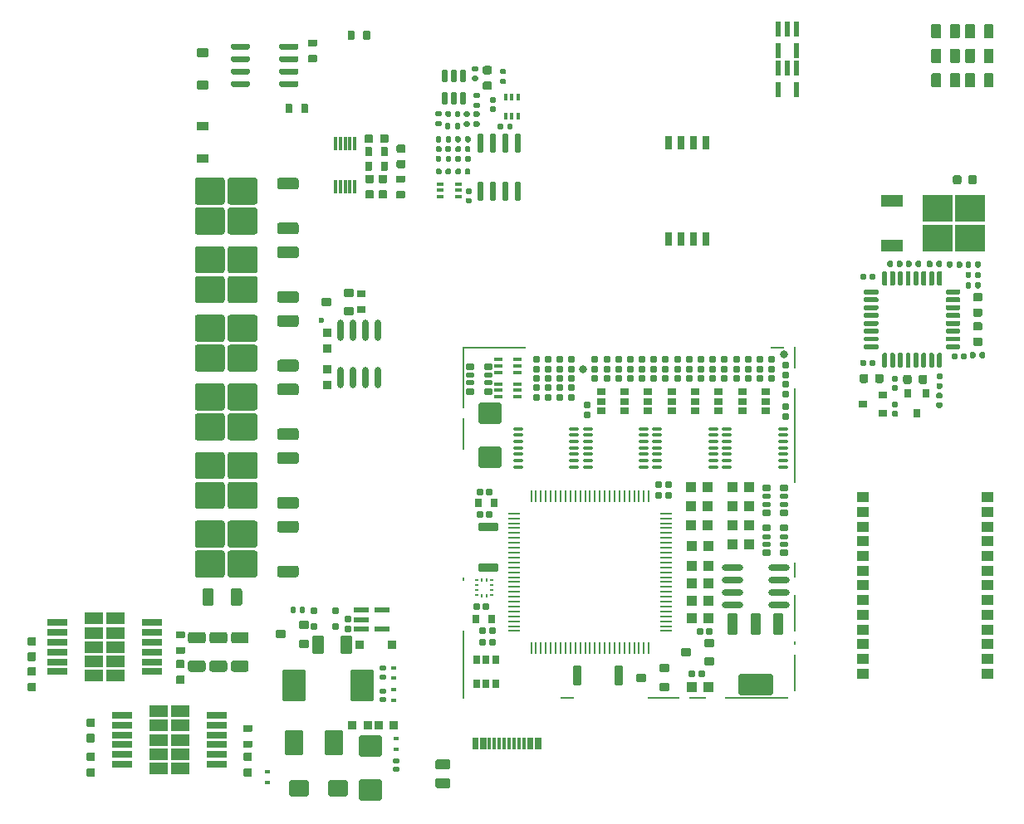
<source format=gtp>
G75*
G70*
%OFA0B0*%
%FSLAX25Y25*%
%IPPOS*%
%LPD*%
%AMOC8*
5,1,8,0,0,1.08239X$1,22.5*
%
%AMM1*
21,1,0.086610,0.073230,0.000000,0.000000,270.000000*
21,1,0.069290,0.090550,0.000000,0.000000,270.000000*
1,1,0.017320,-0.036610,-0.034650*
1,1,0.017320,-0.036610,0.034650*
1,1,0.017320,0.036610,0.034650*
1,1,0.017320,0.036610,-0.034650*
%
%AMM10*
21,1,0.015750,0.016540,0.000000,0.000000,270.000000*
21,1,0.012600,0.019680,0.000000,0.000000,270.000000*
1,1,0.003150,-0.008270,-0.006300*
1,1,0.003150,-0.008270,0.006300*
1,1,0.003150,0.008270,0.006300*
1,1,0.003150,0.008270,-0.006300*
%
%AMM11*
21,1,0.023620,0.018900,0.000000,0.000000,90.000000*
21,1,0.018900,0.023620,0.000000,0.000000,90.000000*
1,1,0.004720,0.009450,0.009450*
1,1,0.004720,0.009450,-0.009450*
1,1,0.004720,-0.009450,-0.009450*
1,1,0.004720,-0.009450,0.009450*
%
%AMM115*
21,1,0.021650,0.052760,0.000000,-0.000000,180.000000*
21,1,0.017320,0.057090,0.000000,-0.000000,180.000000*
1,1,0.004330,-0.008660,0.026380*
1,1,0.004330,0.008660,0.026380*
1,1,0.004330,0.008660,-0.026380*
1,1,0.004330,-0.008660,-0.026380*
%
%AMM12*
21,1,0.019680,0.019680,0.000000,0.000000,0.000000*
21,1,0.015750,0.023620,0.000000,0.000000,0.000000*
1,1,0.003940,0.007870,-0.009840*
1,1,0.003940,-0.007870,-0.009840*
1,1,0.003940,-0.007870,0.009840*
1,1,0.003940,0.007870,0.009840*
%
%AMM13*
21,1,0.019680,0.019680,0.000000,0.000000,270.000000*
21,1,0.015750,0.023620,0.000000,0.000000,270.000000*
1,1,0.003940,-0.009840,-0.007870*
1,1,0.003940,-0.009840,0.007870*
1,1,0.003940,0.009840,0.007870*
1,1,0.003940,0.009840,-0.007870*
%
%AMM183*
21,1,0.025590,0.026380,-0.000000,-0.000000,90.000000*
21,1,0.020470,0.031500,-0.000000,-0.000000,90.000000*
1,1,0.005120,0.013190,0.010240*
1,1,0.005120,0.013190,-0.010240*
1,1,0.005120,-0.013190,-0.010240*
1,1,0.005120,-0.013190,0.010240*
%
%AMM184*
21,1,0.017720,0.027950,-0.000000,-0.000000,90.000000*
21,1,0.014170,0.031500,-0.000000,-0.000000,90.000000*
1,1,0.003540,0.013980,0.007090*
1,1,0.003540,0.013980,-0.007090*
1,1,0.003540,-0.013980,-0.007090*
1,1,0.003540,-0.013980,0.007090*
%
%AMM185*
21,1,0.012600,0.028980,-0.000000,-0.000000,270.000000*
21,1,0.010080,0.031500,-0.000000,-0.000000,270.000000*
1,1,0.002520,-0.014490,-0.005040*
1,1,0.002520,-0.014490,0.005040*
1,1,0.002520,0.014490,0.005040*
1,1,0.002520,0.014490,-0.005040*
%
%AMM186*
21,1,0.023620,0.030710,-0.000000,-0.000000,0.000000*
21,1,0.018900,0.035430,-0.000000,-0.000000,0.000000*
1,1,0.004720,0.009450,-0.015350*
1,1,0.004720,-0.009450,-0.015350*
1,1,0.004720,-0.009450,0.015350*
1,1,0.004720,0.009450,0.015350*
%
%AMM187*
21,1,0.027560,0.018900,-0.000000,-0.000000,270.000000*
21,1,0.022840,0.023620,-0.000000,-0.000000,270.000000*
1,1,0.004720,-0.009450,-0.011420*
1,1,0.004720,-0.009450,0.011420*
1,1,0.004720,0.009450,0.011420*
1,1,0.004720,0.009450,-0.011420*
%
%AMM188*
21,1,0.031500,0.072440,-0.000000,-0.000000,270.000000*
21,1,0.025200,0.078740,-0.000000,-0.000000,270.000000*
1,1,0.006300,-0.036220,-0.012600*
1,1,0.006300,-0.036220,0.012600*
1,1,0.006300,0.036220,0.012600*
1,1,0.006300,0.036220,-0.012600*
%
%AMM189*
21,1,0.027560,0.018900,-0.000000,-0.000000,0.000000*
21,1,0.022840,0.023620,-0.000000,-0.000000,0.000000*
1,1,0.004720,0.011420,-0.009450*
1,1,0.004720,-0.011420,-0.009450*
1,1,0.004720,-0.011420,0.009450*
1,1,0.004720,0.011420,0.009450*
%
%AMM190*
21,1,0.023620,0.030710,-0.000000,-0.000000,90.000000*
21,1,0.018900,0.035430,-0.000000,-0.000000,90.000000*
1,1,0.004720,0.015350,0.009450*
1,1,0.004720,0.015350,-0.009450*
1,1,0.004720,-0.015350,-0.009450*
1,1,0.004720,-0.015350,0.009450*
%
%AMM191*
21,1,0.035430,0.030320,-0.000000,-0.000000,90.000000*
21,1,0.028350,0.037400,-0.000000,-0.000000,90.000000*
1,1,0.007090,0.015160,0.014170*
1,1,0.007090,0.015160,-0.014170*
1,1,0.007090,-0.015160,-0.014170*
1,1,0.007090,-0.015160,0.014170*
%
%AMM192*
21,1,0.043310,0.075980,-0.000000,-0.000000,180.000000*
21,1,0.034650,0.084650,-0.000000,-0.000000,180.000000*
1,1,0.008660,-0.017320,0.037990*
1,1,0.008660,0.017320,0.037990*
1,1,0.008660,0.017320,-0.037990*
1,1,0.008660,-0.017320,-0.037990*
%
%AMM193*
21,1,0.039370,0.035430,-0.000000,-0.000000,180.000000*
21,1,0.031500,0.043310,-0.000000,-0.000000,180.000000*
1,1,0.007870,-0.015750,0.017720*
1,1,0.007870,0.015750,0.017720*
1,1,0.007870,0.015750,-0.017720*
1,1,0.007870,-0.015750,-0.017720*
%
%AMM194*
21,1,0.027560,0.030710,-0.000000,-0.000000,180.000000*
21,1,0.022050,0.036220,-0.000000,-0.000000,180.000000*
1,1,0.005510,-0.011020,0.015350*
1,1,0.005510,0.011020,0.015350*
1,1,0.005510,0.011020,-0.015350*
1,1,0.005510,-0.011020,-0.015350*
%
%AMM195*
21,1,0.031500,0.072440,-0.000000,-0.000000,180.000000*
21,1,0.025200,0.078740,-0.000000,-0.000000,180.000000*
1,1,0.006300,-0.012600,0.036220*
1,1,0.006300,0.012600,0.036220*
1,1,0.006300,0.012600,-0.036220*
1,1,0.006300,-0.012600,-0.036220*
%
%AMM196*
21,1,0.137800,0.067720,-0.000000,-0.000000,180.000000*
21,1,0.120870,0.084650,-0.000000,-0.000000,180.000000*
1,1,0.016930,-0.060430,0.033860*
1,1,0.016930,0.060430,0.033860*
1,1,0.016930,0.060430,-0.033860*
1,1,0.016930,-0.060430,-0.033860*
%
%AMM197*
21,1,0.043310,0.075990,-0.000000,-0.000000,180.000000*
21,1,0.034650,0.084650,-0.000000,-0.000000,180.000000*
1,1,0.008660,-0.017320,0.037990*
1,1,0.008660,0.017320,0.037990*
1,1,0.008660,0.017320,-0.037990*
1,1,0.008660,-0.017320,-0.037990*
%
%AMM198*
21,1,0.086610,0.073230,-0.000000,-0.000000,270.000000*
21,1,0.069290,0.090550,-0.000000,-0.000000,270.000000*
1,1,0.017320,-0.036610,-0.034650*
1,1,0.017320,-0.036610,0.034650*
1,1,0.017320,0.036610,0.034650*
1,1,0.017320,0.036610,-0.034650*
%
%AMM2*
21,1,0.094490,0.111020,0.000000,0.000000,0.000000*
21,1,0.075590,0.129920,0.000000,0.000000,0.000000*
1,1,0.018900,0.037800,-0.055510*
1,1,0.018900,-0.037800,-0.055510*
1,1,0.018900,-0.037800,0.055510*
1,1,0.018900,0.037800,0.055510*
%
%AMM249*
21,1,0.035430,0.030320,0.000000,-0.000000,90.000000*
21,1,0.028350,0.037400,0.000000,-0.000000,90.000000*
1,1,0.007090,0.015160,0.014170*
1,1,0.007090,0.015160,-0.014170*
1,1,0.007090,-0.015160,-0.014170*
1,1,0.007090,-0.015160,0.014170*
%
%AMM250*
21,1,0.033470,0.026770,0.000000,-0.000000,270.000000*
21,1,0.026770,0.033470,0.000000,-0.000000,270.000000*
1,1,0.006690,-0.013390,-0.013390*
1,1,0.006690,-0.013390,0.013390*
1,1,0.006690,0.013390,0.013390*
1,1,0.006690,0.013390,-0.013390*
%
%AMM251*
21,1,0.027560,0.030710,0.000000,-0.000000,90.000000*
21,1,0.022050,0.036220,0.000000,-0.000000,90.000000*
1,1,0.005510,0.015350,0.011020*
1,1,0.005510,0.015350,-0.011020*
1,1,0.005510,-0.015350,-0.011020*
1,1,0.005510,-0.015350,0.011020*
%
%AMM3*
21,1,0.074800,0.083460,0.000000,0.000000,0.000000*
21,1,0.059840,0.098430,0.000000,0.000000,0.000000*
1,1,0.014960,0.029920,-0.041730*
1,1,0.014960,-0.029920,-0.041730*
1,1,0.014960,-0.029920,0.041730*
1,1,0.014960,0.029920,0.041730*
%
%AMM4*
21,1,0.078740,0.053540,0.000000,0.000000,180.000000*
21,1,0.065350,0.066930,0.000000,0.000000,180.000000*
1,1,0.013390,-0.032680,0.026770*
1,1,0.013390,0.032680,0.026770*
1,1,0.013390,0.032680,-0.026770*
1,1,0.013390,-0.032680,-0.026770*
%
%AMM5*
21,1,0.035430,0.030320,0.000000,0.000000,90.000000*
21,1,0.028350,0.037400,0.000000,0.000000,90.000000*
1,1,0.007090,0.015160,0.014170*
1,1,0.007090,0.015160,-0.014170*
1,1,0.007090,-0.015160,-0.014170*
1,1,0.007090,-0.015160,0.014170*
%
%AMM6*
21,1,0.021650,0.052760,0.000000,0.000000,270.000000*
21,1,0.017320,0.057090,0.000000,0.000000,270.000000*
1,1,0.004330,-0.026380,-0.008660*
1,1,0.004330,-0.026380,0.008660*
1,1,0.004330,0.026380,0.008660*
1,1,0.004330,0.026380,-0.008660*
%
%AMM7*
21,1,0.035830,0.026770,0.000000,0.000000,0.000000*
21,1,0.029130,0.033470,0.000000,0.000000,0.000000*
1,1,0.006690,0.014570,-0.013390*
1,1,0.006690,-0.014570,-0.013390*
1,1,0.006690,-0.014570,0.013390*
1,1,0.006690,0.014570,0.013390*
%
%AMM8*
21,1,0.070870,0.036220,0.000000,0.000000,90.000000*
21,1,0.061810,0.045280,0.000000,0.000000,90.000000*
1,1,0.009060,0.018110,0.030910*
1,1,0.009060,0.018110,-0.030910*
1,1,0.009060,-0.018110,-0.030910*
1,1,0.009060,-0.018110,0.030910*
%
%AMM9*
21,1,0.033470,0.026770,0.000000,0.000000,0.000000*
21,1,0.026770,0.033470,0.000000,0.000000,0.000000*
1,1,0.006690,0.013390,-0.013390*
1,1,0.006690,-0.013390,-0.013390*
1,1,0.006690,-0.013390,0.013390*
1,1,0.006690,0.013390,0.013390*
%
%ADD102M1*%
%ADD103M2*%
%ADD104M3*%
%ADD105M4*%
%ADD106M5*%
%ADD107M6*%
%ADD108M7*%
%ADD109M8*%
%ADD110M9*%
%ADD111M10*%
%ADD112M11*%
%ADD113M12*%
%ADD114M13*%
%ADD152R,0.02559X0.01575*%
%ADD153R,0.01575X0.02559*%
%ADD156R,0.03543X0.03150*%
%ADD160R,0.03150X0.03543*%
%ADD180O,0.04724X0.00866*%
%ADD181O,0.00866X0.04724*%
%ADD182O,0.04331X0.01181*%
%ADD185R,0.01378X0.00984*%
%ADD186R,0.00984X0.01378*%
%ADD191O,0.08661X0.02362*%
%ADD23C,0.03150*%
%ADD27C,0.02362*%
%ADD296M115*%
%ADD306R,0.01181X0.05512*%
%ADD307R,0.08661X0.04724*%
%ADD311R,0.12008X0.10827*%
%ADD334O,0.02362X0.08661*%
%ADD392M183*%
%ADD393M184*%
%ADD394M185*%
%ADD395M186*%
%ADD396M187*%
%ADD397M188*%
%ADD398M189*%
%ADD399M190*%
%ADD400M191*%
%ADD401M192*%
%ADD402M193*%
%ADD403M194*%
%ADD404M195*%
%ADD405M196*%
%ADD406M197*%
%ADD407M198*%
%ADD459M249*%
%ADD460M250*%
%ADD461M251*%
%ADD54R,0.05118X0.03937*%
%ADD55R,0.07874X0.02559*%
%ADD57R,0.00787X0.14567*%
%ADD58R,0.00787X0.01575*%
%ADD59R,0.00787X0.06299*%
%ADD60R,0.00787X0.38189*%
%ADD61R,0.00787X0.09055*%
%ADD62R,0.05512X0.00787*%
%ADD63R,0.25197X0.00787*%
%ADD64R,0.06693X0.00787*%
%ADD65R,0.12992X0.00787*%
%ADD66R,0.00787X0.27559*%
%ADD67R,0.00787X0.12992*%
%ADD68R,0.00787X0.24803*%
%ADD69R,0.01181X0.04528*%
%ADD73R,0.02717X0.05315*%
%ADD80O,0.00000X0.00000*%
%ADD81R,0.07677X0.04567*%
X0000000Y0000000D02*
%LPD*%
G01*
G36*
G01*
X0380883Y0294119D02*
X0380883Y0299040D01*
G75*
G02*
X0381277Y0299434I0000394J0000000D01*
G01*
X0384427Y0299434D01*
G75*
G02*
X0384820Y0299040I0000000J-000394D01*
G01*
X0384820Y0294119D01*
G75*
G02*
X0384427Y0293725I-000394J0000000D01*
G01*
X0381277Y0293725D01*
G75*
G02*
X0380883Y0294119I0000000J0000394D01*
G01*
G37*
G36*
G01*
X0388364Y0294119D02*
X0388364Y0299040D01*
G75*
G02*
X0388757Y0299434I0000394J0000000D01*
G01*
X0391907Y0299434D01*
G75*
G02*
X0392301Y0299040I0000000J-000394D01*
G01*
X0392301Y0294119D01*
G75*
G02*
X0391907Y0293725I-000394J0000000D01*
G01*
X0388757Y0293725D01*
G75*
G02*
X0388364Y0294119I0000000J0000394D01*
G01*
G37*
G36*
G01*
X0113287Y0295767D02*
X0113287Y0294586D01*
G75*
G02*
X0112697Y0293995I-000591J0000000D01*
G01*
X0106201Y0293995D01*
G75*
G02*
X0105610Y0294586I0000000J0000591D01*
G01*
X0105610Y0295767D01*
G75*
G02*
X0106201Y0296357I0000591J0000000D01*
G01*
X0112697Y0296357D01*
G75*
G02*
X0113287Y0295767I0000000J-000591D01*
G01*
G37*
G36*
G01*
X0113287Y0300767D02*
X0113287Y0299586D01*
G75*
G02*
X0112697Y0298995I-000591J0000000D01*
G01*
X0106201Y0298995D01*
G75*
G02*
X0105610Y0299586I0000000J0000591D01*
G01*
X0105610Y0300767D01*
G75*
G02*
X0106201Y0301357I0000591J0000000D01*
G01*
X0112697Y0301357D01*
G75*
G02*
X0113287Y0300767I0000000J-000591D01*
G01*
G37*
G36*
G01*
X0113287Y0305767D02*
X0113287Y0304586D01*
G75*
G02*
X0112697Y0303995I-000591J0000000D01*
G01*
X0106201Y0303995D01*
G75*
G02*
X0105610Y0304586I0000000J0000591D01*
G01*
X0105610Y0305767D01*
G75*
G02*
X0106201Y0306357I0000591J0000000D01*
G01*
X0112697Y0306357D01*
G75*
G02*
X0113287Y0305767I0000000J-000591D01*
G01*
G37*
G36*
G01*
X0113287Y0310767D02*
X0113287Y0309586D01*
G75*
G02*
X0112697Y0308995I-000591J0000000D01*
G01*
X0106201Y0308995D01*
G75*
G02*
X0105610Y0309586I0000000J0000591D01*
G01*
X0105610Y0310767D01*
G75*
G02*
X0106201Y0311357I0000591J0000000D01*
G01*
X0112697Y0311357D01*
G75*
G02*
X0113287Y0310767I0000000J-000591D01*
G01*
G37*
G36*
G01*
X0093799Y0310767D02*
X0093799Y0309586D01*
G75*
G02*
X0093209Y0308995I-000591J0000000D01*
G01*
X0086713Y0308995D01*
G75*
G02*
X0086122Y0309586I0000000J0000591D01*
G01*
X0086122Y0310767D01*
G75*
G02*
X0086713Y0311357I0000591J0000000D01*
G01*
X0093209Y0311357D01*
G75*
G02*
X0093799Y0310767I0000000J-000591D01*
G01*
G37*
G36*
G01*
X0093799Y0305767D02*
X0093799Y0304586D01*
G75*
G02*
X0093209Y0303995I-000591J0000000D01*
G01*
X0086713Y0303995D01*
G75*
G02*
X0086122Y0304586I0000000J0000591D01*
G01*
X0086122Y0305767D01*
G75*
G02*
X0086713Y0306357I0000591J0000000D01*
G01*
X0093209Y0306357D01*
G75*
G02*
X0093799Y0305767I0000000J-000591D01*
G01*
G37*
G36*
G01*
X0093799Y0300767D02*
X0093799Y0299586D01*
G75*
G02*
X0093209Y0298995I-000591J0000000D01*
G01*
X0086713Y0298995D01*
G75*
G02*
X0086122Y0299586I0000000J0000591D01*
G01*
X0086122Y0300767D01*
G75*
G02*
X0086713Y0301357I0000591J0000000D01*
G01*
X0093209Y0301357D01*
G75*
G02*
X0093799Y0300767I0000000J-000591D01*
G01*
G37*
G36*
G01*
X0093799Y0295767D02*
X0093799Y0294586D01*
G75*
G02*
X0093209Y0293995I-000591J0000000D01*
G01*
X0086713Y0293995D01*
G75*
G02*
X0086122Y0294586I0000000J0000591D01*
G01*
X0086122Y0295767D01*
G75*
G02*
X0086713Y0296357I0000591J0000000D01*
G01*
X0093209Y0296357D01*
G75*
G02*
X0093799Y0295767I0000000J-000591D01*
G01*
G37*
G36*
G01*
X0028583Y0040275D02*
X0031260Y0040275D01*
G75*
G02*
X0031594Y0039940I0000000J-000335D01*
G01*
X0031594Y0037263D01*
G75*
G02*
X0031260Y0036928I-000335J0000000D01*
G01*
X0028583Y0036928D01*
G75*
G02*
X0028248Y0037263I0000000J0000335D01*
G01*
X0028248Y0039940D01*
G75*
G02*
X0028583Y0040275I0000335J0000000D01*
G01*
G37*
G36*
G01*
X0028583Y0034054D02*
X0031260Y0034054D01*
G75*
G02*
X0031594Y0033719I0000000J-000335D01*
G01*
X0031594Y0031042D01*
G75*
G02*
X0031260Y0030708I-000335J0000000D01*
G01*
X0028583Y0030708D01*
G75*
G02*
X0028248Y0031042I0000000J0000335D01*
G01*
X0028248Y0033719D01*
G75*
G02*
X0028583Y0034054I0000335J0000000D01*
G01*
G37*
G36*
G01*
X0380883Y0303961D02*
X0380883Y0308882D01*
G75*
G02*
X0381277Y0309276I0000394J0000000D01*
G01*
X0384427Y0309276D01*
G75*
G02*
X0384820Y0308882I0000000J-000394D01*
G01*
X0384820Y0303961D01*
G75*
G02*
X0384427Y0303567I-000394J0000000D01*
G01*
X0381277Y0303567D01*
G75*
G02*
X0380883Y0303961I0000000J0000394D01*
G01*
G37*
G36*
G01*
X0388364Y0303961D02*
X0388364Y0308882D01*
G75*
G02*
X0388757Y0309276I0000394J0000000D01*
G01*
X0391907Y0309276D01*
G75*
G02*
X0392301Y0308882I0000000J-000394D01*
G01*
X0392301Y0303961D01*
G75*
G02*
X0391907Y0303567I-000394J0000000D01*
G01*
X0388757Y0303567D01*
G75*
G02*
X0388364Y0303961I0000000J0000394D01*
G01*
G37*
G36*
G01*
X0113386Y0155845D02*
X0113386Y0153089D01*
G75*
G02*
X0112402Y0152105I-000984J0000000D01*
G01*
X0105709Y0152105D01*
G75*
G02*
X0104724Y0153089I0000000J0000984D01*
G01*
X0104724Y0155845D01*
G75*
G02*
X0105709Y0156830I0000984J0000000D01*
G01*
X0112402Y0156830D01*
G75*
G02*
X0113386Y0155845I0000000J-000984D01*
G01*
G37*
G36*
G01*
X0096850Y0161869D02*
X0096850Y0153011D01*
G75*
G02*
X0095866Y0152027I-000984J0000000D01*
G01*
X0085827Y0152027D01*
G75*
G02*
X0084843Y0153011I0000000J0000984D01*
G01*
X0084843Y0161869D01*
G75*
G02*
X0085827Y0162853I0000984J0000000D01*
G01*
X0095866Y0162853D01*
G75*
G02*
X0096850Y0161869I0000000J-000984D01*
G01*
G37*
G36*
G01*
X0096850Y0173877D02*
X0096850Y0165019D01*
G75*
G02*
X0095866Y0164034I-000984J0000000D01*
G01*
X0085827Y0164034D01*
G75*
G02*
X0084843Y0165019I0000000J0000984D01*
G01*
X0084843Y0173877D01*
G75*
G02*
X0085827Y0174861I0000984J0000000D01*
G01*
X0095866Y0174861D01*
G75*
G02*
X0096850Y0173877I0000000J-000984D01*
G01*
G37*
G36*
G01*
X0083661Y0161869D02*
X0083661Y0153011D01*
G75*
G02*
X0082677Y0152027I-000984J0000000D01*
G01*
X0072638Y0152027D01*
G75*
G02*
X0071654Y0153011I0000000J0000984D01*
G01*
X0071654Y0161869D01*
G75*
G02*
X0072638Y0162853I0000984J0000000D01*
G01*
X0082677Y0162853D01*
G75*
G02*
X0083661Y0161869I0000000J-000984D01*
G01*
G37*
G36*
G01*
X0083661Y0173877D02*
X0083661Y0165019D01*
G75*
G02*
X0082677Y0164034I-000984J0000000D01*
G01*
X0072638Y0164034D01*
G75*
G02*
X0071654Y0165019I0000000J0000984D01*
G01*
X0071654Y0173877D01*
G75*
G02*
X0072638Y0174861I0000984J0000000D01*
G01*
X0082677Y0174861D01*
G75*
G02*
X0083661Y0173877I0000000J-000984D01*
G01*
G37*
G36*
G01*
X0113386Y0173798D02*
X0113386Y0171042D01*
G75*
G02*
X0112402Y0170058I-000984J0000000D01*
G01*
X0105709Y0170058D01*
G75*
G02*
X0104724Y0171042I0000000J0000984D01*
G01*
X0104724Y0173798D01*
G75*
G02*
X0105709Y0174782I0000984J0000000D01*
G01*
X0112402Y0174782D01*
G75*
G02*
X0113386Y0173798I0000000J-000984D01*
G01*
G37*
G36*
G01*
X0113386Y0238523D02*
X0113386Y0235767D01*
G75*
G02*
X0112402Y0234782I-000984J0000000D01*
G01*
X0105709Y0234782D01*
G75*
G02*
X0104724Y0235767I0000000J0000984D01*
G01*
X0104724Y0238523D01*
G75*
G02*
X0105709Y0239507I0000984J0000000D01*
G01*
X0112402Y0239507D01*
G75*
G02*
X0113386Y0238523I0000000J-000984D01*
G01*
G37*
G36*
G01*
X0096850Y0244546D02*
X0096850Y0235688D01*
G75*
G02*
X0095866Y0234704I-000984J0000000D01*
G01*
X0085827Y0234704D01*
G75*
G02*
X0084843Y0235688I0000000J0000984D01*
G01*
X0084843Y0244546D01*
G75*
G02*
X0085827Y0245530I0000984J0000000D01*
G01*
X0095866Y0245530D01*
G75*
G02*
X0096850Y0244546I0000000J-000984D01*
G01*
G37*
G36*
G01*
X0096850Y0256554D02*
X0096850Y0247696D01*
G75*
G02*
X0095866Y0246712I-000984J0000000D01*
G01*
X0085827Y0246712D01*
G75*
G02*
X0084843Y0247696I0000000J0000984D01*
G01*
X0084843Y0256554D01*
G75*
G02*
X0085827Y0257538I0000984J0000000D01*
G01*
X0095866Y0257538D01*
G75*
G02*
X0096850Y0256554I0000000J-000984D01*
G01*
G37*
G36*
G01*
X0083661Y0244546D02*
X0083661Y0235688D01*
G75*
G02*
X0082677Y0234704I-000984J0000000D01*
G01*
X0072638Y0234704D01*
G75*
G02*
X0071654Y0235688I0000000J0000984D01*
G01*
X0071654Y0244546D01*
G75*
G02*
X0072638Y0245530I0000984J0000000D01*
G01*
X0082677Y0245530D01*
G75*
G02*
X0083661Y0244546I0000000J-000984D01*
G01*
G37*
G36*
G01*
X0083661Y0256554D02*
X0083661Y0247696D01*
G75*
G02*
X0082677Y0246712I-000984J0000000D01*
G01*
X0072638Y0246712D01*
G75*
G02*
X0071654Y0247696I0000000J0000984D01*
G01*
X0071654Y0256554D01*
G75*
G02*
X0072638Y0257538I0000984J0000000D01*
G01*
X0082677Y0257538D01*
G75*
G02*
X0083661Y0256554I0000000J-000984D01*
G01*
G37*
G36*
G01*
X0113386Y0256475D02*
X0113386Y0253719D01*
G75*
G02*
X0112402Y0252735I-000984J0000000D01*
G01*
X0105709Y0252735D01*
G75*
G02*
X0104724Y0253719I0000000J0000984D01*
G01*
X0104724Y0256475D01*
G75*
G02*
X0105709Y0257460I0000984J0000000D01*
G01*
X0112402Y0257460D01*
G75*
G02*
X0113386Y0256475I0000000J-000984D01*
G01*
G37*
G36*
G01*
X0113386Y0210964D02*
X0113386Y0208208D01*
G75*
G02*
X0112402Y0207223I-000984J0000000D01*
G01*
X0105709Y0207223D01*
G75*
G02*
X0104724Y0208208I0000000J0000984D01*
G01*
X0104724Y0210964D01*
G75*
G02*
X0105709Y0211948I0000984J0000000D01*
G01*
X0112402Y0211948D01*
G75*
G02*
X0113386Y0210964I0000000J-000984D01*
G01*
G37*
G36*
G01*
X0096850Y0216987D02*
X0096850Y0208129D01*
G75*
G02*
X0095866Y0207145I-000984J0000000D01*
G01*
X0085827Y0207145D01*
G75*
G02*
X0084843Y0208129I0000000J0000984D01*
G01*
X0084843Y0216987D01*
G75*
G02*
X0085827Y0217971I0000984J0000000D01*
G01*
X0095866Y0217971D01*
G75*
G02*
X0096850Y0216987I0000000J-000984D01*
G01*
G37*
G36*
G01*
X0096850Y0228995D02*
X0096850Y0220137D01*
G75*
G02*
X0095866Y0219152I-000984J0000000D01*
G01*
X0085827Y0219152D01*
G75*
G02*
X0084843Y0220137I0000000J0000984D01*
G01*
X0084843Y0228995D01*
G75*
G02*
X0085827Y0229979I0000984J0000000D01*
G01*
X0095866Y0229979D01*
G75*
G02*
X0096850Y0228995I0000000J-000984D01*
G01*
G37*
G36*
G01*
X0083661Y0216987D02*
X0083661Y0208129D01*
G75*
G02*
X0082677Y0207145I-000984J0000000D01*
G01*
X0072638Y0207145D01*
G75*
G02*
X0071654Y0208129I0000000J0000984D01*
G01*
X0071654Y0216987D01*
G75*
G02*
X0072638Y0217971I0000984J0000000D01*
G01*
X0082677Y0217971D01*
G75*
G02*
X0083661Y0216987I0000000J-000984D01*
G01*
G37*
G36*
G01*
X0083661Y0228995D02*
X0083661Y0220137D01*
G75*
G02*
X0082677Y0219152I-000984J0000000D01*
G01*
X0072638Y0219152D01*
G75*
G02*
X0071654Y0220137I0000000J0000984D01*
G01*
X0071654Y0228995D01*
G75*
G02*
X0072638Y0229979I0000984J0000000D01*
G01*
X0082677Y0229979D01*
G75*
G02*
X0083661Y0228995I0000000J-000984D01*
G01*
G37*
G36*
G01*
X0113386Y0228916D02*
X0113386Y0226160D01*
G75*
G02*
X0112402Y0225176I-000984J0000000D01*
G01*
X0105709Y0225176D01*
G75*
G02*
X0104724Y0226160I0000000J0000984D01*
G01*
X0104724Y0228916D01*
G75*
G02*
X0105709Y0229901I0000984J0000000D01*
G01*
X0112402Y0229901D01*
G75*
G02*
X0113386Y0228916I0000000J-000984D01*
G01*
G37*
G36*
G01*
X0091575Y0026495D02*
X0094252Y0026495D01*
G75*
G02*
X0094587Y0026160I0000000J-000335D01*
G01*
X0094587Y0023483D01*
G75*
G02*
X0094252Y0023149I-000335J0000000D01*
G01*
X0091575Y0023149D01*
G75*
G02*
X0091240Y0023483I0000000J0000335D01*
G01*
X0091240Y0026160D01*
G75*
G02*
X0091575Y0026495I0000335J0000000D01*
G01*
G37*
G36*
G01*
X0091575Y0020275D02*
X0094252Y0020275D01*
G75*
G02*
X0094587Y0019940I0000000J-000335D01*
G01*
X0094587Y0017263D01*
G75*
G02*
X0094252Y0016928I-000335J0000000D01*
G01*
X0091575Y0016928D01*
G75*
G02*
X0091240Y0017263I0000000J0000335D01*
G01*
X0091240Y0019940D01*
G75*
G02*
X0091575Y0020275I0000335J0000000D01*
G01*
G37*
G36*
G01*
X0142057Y0316259D02*
X0142057Y0313188D01*
G75*
G02*
X0141781Y0312912I-000276J0000000D01*
G01*
X0139577Y0312912D01*
G75*
G02*
X0139301Y0313188I0000000J0000276D01*
G01*
X0139301Y0316259D01*
G75*
G02*
X0139577Y0316534I0000276J0000000D01*
G01*
X0141781Y0316534D01*
G75*
G02*
X0142057Y0316259I0000000J-000276D01*
G01*
G37*
G36*
G01*
X0135758Y0316259D02*
X0135758Y0313188D01*
G75*
G02*
X0135482Y0312912I-000276J0000000D01*
G01*
X0133278Y0312912D01*
G75*
G02*
X0133002Y0313188I0000000J0000276D01*
G01*
X0133002Y0316259D01*
G75*
G02*
X0133278Y0316534I0000276J0000000D01*
G01*
X0135482Y0316534D01*
G75*
G02*
X0135758Y0316259I0000000J-000276D01*
G01*
G37*
G36*
G01*
X0064508Y0063739D02*
X0067185Y0063739D01*
G75*
G02*
X0067520Y0063404I0000000J-000335D01*
G01*
X0067520Y0060727D01*
G75*
G02*
X0067185Y0060393I-000335J0000000D01*
G01*
X0064508Y0060393D01*
G75*
G02*
X0064173Y0060727I0000000J0000335D01*
G01*
X0064173Y0063404D01*
G75*
G02*
X0064508Y0063739I0000335J0000000D01*
G01*
G37*
G36*
G01*
X0064508Y0057519D02*
X0067185Y0057519D01*
G75*
G02*
X0067520Y0057184I0000000J-000335D01*
G01*
X0067520Y0054507D01*
G75*
G02*
X0067185Y0054172I-000335J0000000D01*
G01*
X0064508Y0054172D01*
G75*
G02*
X0064173Y0054507I0000000J0000335D01*
G01*
X0064173Y0057184D01*
G75*
G02*
X0064508Y0057519I0000335J0000000D01*
G01*
G37*
G36*
G01*
X0068898Y0071338D02*
X0068898Y0074054D01*
G75*
G02*
X0069803Y0074960I0000906J0000000D01*
G01*
X0075079Y0074960D01*
G75*
G02*
X0075984Y0074054I0000000J-000906D01*
G01*
X0075984Y0071338D01*
G75*
G02*
X0075079Y0070432I-000906J0000000D01*
G01*
X0069803Y0070432D01*
G75*
G02*
X0068898Y0071338I0000000J0000906D01*
G01*
G37*
G36*
G01*
X0068898Y0059920D02*
X0068898Y0062637D01*
G75*
G02*
X0069803Y0063542I0000906J0000000D01*
G01*
X0075079Y0063542D01*
G75*
G02*
X0075984Y0062637I0000000J-000906D01*
G01*
X0075984Y0059920D01*
G75*
G02*
X0075079Y0059015I-000906J0000000D01*
G01*
X0069803Y0059015D01*
G75*
G02*
X0068898Y0059920I0000000J0000906D01*
G01*
G37*
G36*
G01*
X0367301Y0294119D02*
X0367301Y0299040D01*
G75*
G02*
X0367694Y0299434I0000394J0000000D01*
G01*
X0370844Y0299434D01*
G75*
G02*
X0371238Y0299040I0000000J-000394D01*
G01*
X0371238Y0294119D01*
G75*
G02*
X0370844Y0293725I-000394J0000000D01*
G01*
X0367694Y0293725D01*
G75*
G02*
X0367301Y0294119I0000000J0000394D01*
G01*
G37*
G36*
G01*
X0374781Y0294119D02*
X0374781Y0299040D01*
G75*
G02*
X0375175Y0299434I0000394J0000000D01*
G01*
X0378324Y0299434D01*
G75*
G02*
X0378718Y0299040I0000000J-000394D01*
G01*
X0378718Y0294119D01*
G75*
G02*
X0378324Y0293725I-000394J0000000D01*
G01*
X0375175Y0293725D01*
G75*
G02*
X0374781Y0294119I0000000J0000394D01*
G01*
G37*
G36*
G01*
X0004961Y0072952D02*
X0007638Y0072952D01*
G75*
G02*
X0007972Y0072617I0000000J-000335D01*
G01*
X0007972Y0069940D01*
G75*
G02*
X0007638Y0069605I-000335J0000000D01*
G01*
X0004961Y0069605D01*
G75*
G02*
X0004626Y0069940I0000000J0000335D01*
G01*
X0004626Y0072617D01*
G75*
G02*
X0004961Y0072952I0000335J0000000D01*
G01*
G37*
G36*
G01*
X0004961Y0066731D02*
X0007638Y0066731D01*
G75*
G02*
X0007972Y0066397I0000000J-000335D01*
G01*
X0007972Y0063719D01*
G75*
G02*
X0007638Y0063385I-000335J0000000D01*
G01*
X0004961Y0063385D01*
G75*
G02*
X0004626Y0063719I0000000J0000335D01*
G01*
X0004626Y0066397D01*
G75*
G02*
X0004961Y0066731I0000335J0000000D01*
G01*
G37*
G36*
G01*
X0117126Y0286830D02*
X0117126Y0283759D01*
G75*
G02*
X0116850Y0283483I-000276J0000000D01*
G01*
X0114646Y0283483D01*
G75*
G02*
X0114370Y0283759I0000000J0000276D01*
G01*
X0114370Y0286830D01*
G75*
G02*
X0114646Y0287105I0000276J0000000D01*
G01*
X0116850Y0287105D01*
G75*
G02*
X0117126Y0286830I0000000J-000276D01*
G01*
G37*
G36*
G01*
X0110827Y0286830D02*
X0110827Y0283759D01*
G75*
G02*
X0110551Y0283483I-000276J0000000D01*
G01*
X0108346Y0283483D01*
G75*
G02*
X0108071Y0283759I0000000J0000276D01*
G01*
X0108071Y0286830D01*
G75*
G02*
X0108346Y0287105I0000276J0000000D01*
G01*
X0110551Y0287105D01*
G75*
G02*
X0110827Y0286830I0000000J-000276D01*
G01*
G37*
G36*
G01*
X0077559Y0071338D02*
X0077559Y0074054D01*
G75*
G02*
X0078465Y0074960I0000906J0000000D01*
G01*
X0083740Y0074960D01*
G75*
G02*
X0084646Y0074054I0000000J-000906D01*
G01*
X0084646Y0071338D01*
G75*
G02*
X0083740Y0070432I-000906J0000000D01*
G01*
X0078465Y0070432D01*
G75*
G02*
X0077559Y0071338I0000000J0000906D01*
G01*
G37*
G36*
G01*
X0077559Y0059920D02*
X0077559Y0062637D01*
G75*
G02*
X0078465Y0063542I0000906J0000000D01*
G01*
X0083740Y0063542D01*
G75*
G02*
X0084646Y0062637I0000000J-000906D01*
G01*
X0084646Y0059920D01*
G75*
G02*
X0083740Y0059015I-000906J0000000D01*
G01*
X0078465Y0059015D01*
G75*
G02*
X0077559Y0059920I0000000J0000906D01*
G01*
G37*
G36*
G01*
X0031260Y0016928D02*
X0028583Y0016928D01*
G75*
G02*
X0028248Y0017263I0000000J0000335D01*
G01*
X0028248Y0019940D01*
G75*
G02*
X0028583Y0020275I0000335J0000000D01*
G01*
X0031260Y0020275D01*
G75*
G02*
X0031594Y0019940I0000000J-000335D01*
G01*
X0031594Y0017263D01*
G75*
G02*
X0031260Y0016928I-000335J0000000D01*
G01*
G37*
G36*
G01*
X0031260Y0023149D02*
X0028583Y0023149D01*
G75*
G02*
X0028248Y0023483I0000000J0000335D01*
G01*
X0028248Y0026160D01*
G75*
G02*
X0028583Y0026495I0000335J0000000D01*
G01*
X0031260Y0026495D01*
G75*
G02*
X0031594Y0026160I0000000J-000335D01*
G01*
X0031594Y0023483D01*
G75*
G02*
X0031260Y0023149I-000335J0000000D01*
G01*
G37*
G36*
G01*
X0113386Y0100727D02*
X0113386Y0097971D01*
G75*
G02*
X0112402Y0096987I-000984J0000000D01*
G01*
X0105709Y0096987D01*
G75*
G02*
X0104724Y0097971I0000000J0000984D01*
G01*
X0104724Y0100727D01*
G75*
G02*
X0105709Y0101712I0000984J0000000D01*
G01*
X0112402Y0101712D01*
G75*
G02*
X0113386Y0100727I0000000J-000984D01*
G01*
G37*
G36*
G01*
X0096850Y0106751D02*
X0096850Y0097893D01*
G75*
G02*
X0095866Y0096908I-000984J0000000D01*
G01*
X0085827Y0096908D01*
G75*
G02*
X0084843Y0097893I0000000J0000984D01*
G01*
X0084843Y0106751D01*
G75*
G02*
X0085827Y0107735I0000984J0000000D01*
G01*
X0095866Y0107735D01*
G75*
G02*
X0096850Y0106751I0000000J-000984D01*
G01*
G37*
G36*
G01*
X0096850Y0118759D02*
X0096850Y0109901D01*
G75*
G02*
X0095866Y0108916I-000984J0000000D01*
G01*
X0085827Y0108916D01*
G75*
G02*
X0084843Y0109901I0000000J0000984D01*
G01*
X0084843Y0118759D01*
G75*
G02*
X0085827Y0119743I0000984J0000000D01*
G01*
X0095866Y0119743D01*
G75*
G02*
X0096850Y0118759I0000000J-000984D01*
G01*
G37*
G36*
G01*
X0083661Y0106751D02*
X0083661Y0097893D01*
G75*
G02*
X0082677Y0096908I-000984J0000000D01*
G01*
X0072638Y0096908D01*
G75*
G02*
X0071654Y0097893I0000000J0000984D01*
G01*
X0071654Y0106751D01*
G75*
G02*
X0072638Y0107735I0000984J0000000D01*
G01*
X0082677Y0107735D01*
G75*
G02*
X0083661Y0106751I0000000J-000984D01*
G01*
G37*
G36*
G01*
X0083661Y0118759D02*
X0083661Y0109901D01*
G75*
G02*
X0082677Y0108916I-000984J0000000D01*
G01*
X0072638Y0108916D01*
G75*
G02*
X0071654Y0109901I0000000J0000984D01*
G01*
X0071654Y0118759D01*
G75*
G02*
X0072638Y0119743I0000984J0000000D01*
G01*
X0082677Y0119743D01*
G75*
G02*
X0083661Y0118759I0000000J-000984D01*
G01*
G37*
G36*
G01*
X0113386Y0118680D02*
X0113386Y0115924D01*
G75*
G02*
X0112402Y0114940I-000984J0000000D01*
G01*
X0105709Y0114940D01*
G75*
G02*
X0104724Y0115924I0000000J0000984D01*
G01*
X0104724Y0118680D01*
G75*
G02*
X0105709Y0119664I0000984J0000000D01*
G01*
X0112402Y0119664D01*
G75*
G02*
X0113386Y0118680I0000000J-000984D01*
G01*
G37*
D80*
X0121654Y0190215D03*
G36*
G01*
X0064311Y0075294D02*
X0067382Y0075294D01*
G75*
G02*
X0067657Y0075019I0000000J-000276D01*
G01*
X0067657Y0072814D01*
G75*
G02*
X0067382Y0072538I-000276J0000000D01*
G01*
X0064311Y0072538D01*
G75*
G02*
X0064035Y0072814I0000000J0000276D01*
G01*
X0064035Y0075019D01*
G75*
G02*
X0064311Y0075294I0000276J0000000D01*
G01*
G37*
G36*
G01*
X0064311Y0068995D02*
X0067382Y0068995D01*
G75*
G02*
X0067657Y0068719I0000000J-000276D01*
G01*
X0067657Y0066515D01*
G75*
G02*
X0067382Y0066239I-000276J0000000D01*
G01*
X0064311Y0066239D01*
G75*
G02*
X0064035Y0066515I0000000J0000276D01*
G01*
X0064035Y0068719D01*
G75*
G02*
X0064311Y0068995I0000276J0000000D01*
G01*
G37*
G36*
G01*
X0113386Y0183404D02*
X0113386Y0180649D01*
G75*
G02*
X0112402Y0179664I-000984J0000000D01*
G01*
X0105709Y0179664D01*
G75*
G02*
X0104724Y0180649I0000000J0000984D01*
G01*
X0104724Y0183404D01*
G75*
G02*
X0105709Y0184389I0000984J0000000D01*
G01*
X0112402Y0184389D01*
G75*
G02*
X0113386Y0183404I0000000J-000984D01*
G01*
G37*
G36*
G01*
X0096850Y0189428D02*
X0096850Y0180570D01*
G75*
G02*
X0095866Y0179586I-000984J0000000D01*
G01*
X0085827Y0179586D01*
G75*
G02*
X0084843Y0180570I0000000J0000984D01*
G01*
X0084843Y0189428D01*
G75*
G02*
X0085827Y0190412I0000984J0000000D01*
G01*
X0095866Y0190412D01*
G75*
G02*
X0096850Y0189428I0000000J-000984D01*
G01*
G37*
G36*
G01*
X0096850Y0201436D02*
X0096850Y0192578D01*
G75*
G02*
X0095866Y0191593I-000984J0000000D01*
G01*
X0085827Y0191593D01*
G75*
G02*
X0084843Y0192578I0000000J0000984D01*
G01*
X0084843Y0201436D01*
G75*
G02*
X0085827Y0202420I0000984J0000000D01*
G01*
X0095866Y0202420D01*
G75*
G02*
X0096850Y0201436I0000000J-000984D01*
G01*
G37*
G36*
G01*
X0083661Y0189428D02*
X0083661Y0180570D01*
G75*
G02*
X0082677Y0179586I-000984J0000000D01*
G01*
X0072638Y0179586D01*
G75*
G02*
X0071654Y0180570I0000000J0000984D01*
G01*
X0071654Y0189428D01*
G75*
G02*
X0072638Y0190412I0000984J0000000D01*
G01*
X0082677Y0190412D01*
G75*
G02*
X0083661Y0189428I0000000J-000984D01*
G01*
G37*
G36*
G01*
X0083661Y0201436D02*
X0083661Y0192578D01*
G75*
G02*
X0082677Y0191593I-000984J0000000D01*
G01*
X0072638Y0191593D01*
G75*
G02*
X0071654Y0192578I0000000J0000984D01*
G01*
X0071654Y0201436D01*
G75*
G02*
X0072638Y0202420I0000984J0000000D01*
G01*
X0082677Y0202420D01*
G75*
G02*
X0083661Y0201436I0000000J-000984D01*
G01*
G37*
G36*
G01*
X0113386Y0201357D02*
X0113386Y0198601D01*
G75*
G02*
X0112402Y0197617I-000984J0000000D01*
G01*
X0105709Y0197617D01*
G75*
G02*
X0104724Y0198601I0000000J0000984D01*
G01*
X0104724Y0201357D01*
G75*
G02*
X0105709Y0202341I0000984J0000000D01*
G01*
X0112402Y0202341D01*
G75*
G02*
X0113386Y0201357I0000000J-000984D01*
G01*
G37*
D54*
X0389764Y0058326D03*
X0389764Y0064231D03*
X0389764Y0070137D03*
X0389764Y0076042D03*
X0389764Y0081948D03*
X0389764Y0087853D03*
X0389764Y0093759D03*
X0389764Y0099664D03*
X0389764Y0105570D03*
X0389764Y0111475D03*
X0389764Y0117381D03*
X0389764Y0123286D03*
X0389764Y0129192D03*
X0339764Y0129192D03*
X0339764Y0123286D03*
X0339764Y0117381D03*
X0339764Y0111475D03*
X0339764Y0105570D03*
X0339764Y0099664D03*
X0339764Y0093759D03*
X0339764Y0087853D03*
X0339764Y0081948D03*
X0339764Y0076042D03*
X0339764Y0070137D03*
X0339764Y0064231D03*
X0339764Y0058326D03*
G36*
G01*
X0367301Y0313804D02*
X0367301Y0318725D01*
G75*
G02*
X0367694Y0319119I0000394J0000000D01*
G01*
X0370844Y0319119D01*
G75*
G02*
X0371238Y0318725I0000000J-000394D01*
G01*
X0371238Y0313804D01*
G75*
G02*
X0370844Y0313410I-000394J0000000D01*
G01*
X0367694Y0313410D01*
G75*
G02*
X0367301Y0313804I0000000J0000394D01*
G01*
G37*
G36*
G01*
X0374781Y0313804D02*
X0374781Y0318725D01*
G75*
G02*
X0375175Y0319119I0000394J0000000D01*
G01*
X0378324Y0319119D01*
G75*
G02*
X0378718Y0318725I0000000J-000394D01*
G01*
X0378718Y0313804D01*
G75*
G02*
X0378324Y0313410I-000394J0000000D01*
G01*
X0375175Y0313410D01*
G75*
G02*
X0374781Y0313804I0000000J0000394D01*
G01*
G37*
G36*
G01*
X0086220Y0071338D02*
X0086220Y0074054D01*
G75*
G02*
X0087126Y0074960I0000906J0000000D01*
G01*
X0092402Y0074960D01*
G75*
G02*
X0093307Y0074054I0000000J-000906D01*
G01*
X0093307Y0071338D01*
G75*
G02*
X0092402Y0070432I-000906J0000000D01*
G01*
X0087126Y0070432D01*
G75*
G02*
X0086220Y0071338I0000000J0000906D01*
G01*
G37*
G36*
G01*
X0086220Y0059920D02*
X0086220Y0062637D01*
G75*
G02*
X0087126Y0063542I0000906J0000000D01*
G01*
X0092402Y0063542D01*
G75*
G02*
X0093307Y0062637I0000000J-000906D01*
G01*
X0093307Y0059920D01*
G75*
G02*
X0092402Y0059015I-000906J0000000D01*
G01*
X0087126Y0059015D01*
G75*
G02*
X0086220Y0059920I0000000J0000906D01*
G01*
G37*
G36*
G01*
X0168699Y0023757D02*
X0173621Y0023757D01*
G75*
G02*
X0174014Y0023364I0000000J-000394D01*
G01*
X0174014Y0020214D01*
G75*
G02*
X0173621Y0019820I-000394J0000000D01*
G01*
X0168699Y0019820D01*
G75*
G02*
X0168306Y0020214I0000000J0000394D01*
G01*
X0168306Y0023364D01*
G75*
G02*
X0168699Y0023757I0000394J0000000D01*
G01*
G37*
G36*
G01*
X0168699Y0016277D02*
X0173621Y0016277D01*
G75*
G02*
X0174014Y0015883I0000000J-000394D01*
G01*
X0174014Y0012734D01*
G75*
G02*
X0173621Y0012340I-000394J0000000D01*
G01*
X0168699Y0012340D01*
G75*
G02*
X0168306Y0012734I0000000J0000394D01*
G01*
X0168306Y0015883D01*
G75*
G02*
X0168699Y0016277I0000394J0000000D01*
G01*
G37*
G36*
G01*
X0117362Y0313050D02*
X0120433Y0313050D01*
G75*
G02*
X0120709Y0312775I0000000J-000276D01*
G01*
X0120709Y0310570D01*
G75*
G02*
X0120433Y0310294I-000276J0000000D01*
G01*
X0117362Y0310294D01*
G75*
G02*
X0117087Y0310570I0000000J0000276D01*
G01*
X0117087Y0312775D01*
G75*
G02*
X0117362Y0313050I0000276J0000000D01*
G01*
G37*
G36*
G01*
X0117362Y0306751D02*
X0120433Y0306751D01*
G75*
G02*
X0120709Y0306475I0000000J-000276D01*
G01*
X0120709Y0304271D01*
G75*
G02*
X0120433Y0303995I-000276J0000000D01*
G01*
X0117362Y0303995D01*
G75*
G02*
X0117087Y0304271I0000000J0000276D01*
G01*
X0117087Y0306475D01*
G75*
G02*
X0117362Y0306751I0000276J0000000D01*
G01*
G37*
G36*
G01*
X0076811Y0292971D02*
X0072795Y0292971D01*
G75*
G02*
X0072441Y0293326I0000000J0000354D01*
G01*
X0072441Y0296160D01*
G75*
G02*
X0072795Y0296515I0000354J0000000D01*
G01*
X0076811Y0296515D01*
G75*
G02*
X0077165Y0296160I0000000J-000354D01*
G01*
X0077165Y0293326D01*
G75*
G02*
X0076811Y0292971I-000354J0000000D01*
G01*
G37*
G36*
G01*
X0076811Y0305964D02*
X0072795Y0305964D01*
G75*
G02*
X0072441Y0306318I0000000J0000354D01*
G01*
X0072441Y0309152D01*
G75*
G02*
X0072795Y0309507I0000354J0000000D01*
G01*
X0076811Y0309507D01*
G75*
G02*
X0077165Y0309152I0000000J-000354D01*
G01*
X0077165Y0306318D01*
G75*
G02*
X0076811Y0305964I-000354J0000000D01*
G01*
G37*
G36*
G01*
X0380883Y0313804D02*
X0380883Y0318725D01*
G75*
G02*
X0381277Y0319119I0000394J0000000D01*
G01*
X0384427Y0319119D01*
G75*
G02*
X0384820Y0318725I0000000J-000394D01*
G01*
X0384820Y0313804D01*
G75*
G02*
X0384427Y0313410I-000394J0000000D01*
G01*
X0381277Y0313410D01*
G75*
G02*
X0380883Y0313804I0000000J0000394D01*
G01*
G37*
G36*
G01*
X0388364Y0313804D02*
X0388364Y0318725D01*
G75*
G02*
X0388757Y0319119I0000394J0000000D01*
G01*
X0391907Y0319119D01*
G75*
G02*
X0392301Y0318725I0000000J-000394D01*
G01*
X0392301Y0313804D01*
G75*
G02*
X0391907Y0313410I-000394J0000000D01*
G01*
X0388757Y0313410D01*
G75*
G02*
X0388364Y0313804I0000000J0000394D01*
G01*
G37*
G36*
G01*
X0367301Y0303961D02*
X0367301Y0308882D01*
G75*
G02*
X0367694Y0309276I0000394J0000000D01*
G01*
X0370844Y0309276D01*
G75*
G02*
X0371238Y0308882I0000000J-000394D01*
G01*
X0371238Y0303961D01*
G75*
G02*
X0370844Y0303567I-000394J0000000D01*
G01*
X0367694Y0303567D01*
G75*
G02*
X0367301Y0303961I0000000J0000394D01*
G01*
G37*
G36*
G01*
X0374781Y0303961D02*
X0374781Y0308882D01*
G75*
G02*
X0375175Y0309276I0000394J0000000D01*
G01*
X0378324Y0309276D01*
G75*
G02*
X0378718Y0308882I0000000J-000394D01*
G01*
X0378718Y0303961D01*
G75*
G02*
X0378324Y0303567I-000394J0000000D01*
G01*
X0375175Y0303567D01*
G75*
G02*
X0374781Y0303961I0000000J0000394D01*
G01*
G37*
D81*
X0031004Y0080452D03*
X0031004Y0074704D03*
X0031004Y0068956D03*
X0031004Y0063208D03*
X0031004Y0057460D03*
X0039862Y0080452D03*
X0039862Y0074704D03*
X0039862Y0068956D03*
X0039862Y0063208D03*
X0039862Y0057460D03*
D55*
X0016535Y0078798D03*
X0016535Y0074861D03*
X0016535Y0070924D03*
X0016535Y0066987D03*
X0016535Y0063050D03*
X0016535Y0059113D03*
X0054331Y0059113D03*
X0054331Y0063050D03*
X0054331Y0066987D03*
X0054331Y0070924D03*
X0054331Y0074861D03*
X0054331Y0078798D03*
D81*
X0057087Y0043208D03*
X0057087Y0037460D03*
X0057087Y0031712D03*
X0057087Y0025964D03*
X0057087Y0020215D03*
X0065945Y0043208D03*
X0065945Y0037460D03*
X0065945Y0031712D03*
X0065945Y0025964D03*
X0065945Y0020215D03*
D55*
X0042618Y0041554D03*
X0042618Y0037617D03*
X0042618Y0033680D03*
X0042618Y0029743D03*
X0042618Y0025806D03*
X0042618Y0021869D03*
X0080413Y0021869D03*
X0080413Y0025806D03*
X0080413Y0029743D03*
X0080413Y0033680D03*
X0080413Y0037617D03*
X0080413Y0041554D03*
G36*
G01*
X0113386Y0128286D02*
X0113386Y0125530D01*
G75*
G02*
X0112402Y0124546I-000984J0000000D01*
G01*
X0105709Y0124546D01*
G75*
G02*
X0104724Y0125530I0000000J0000984D01*
G01*
X0104724Y0128286D01*
G75*
G02*
X0105709Y0129271I0000984J0000000D01*
G01*
X0112402Y0129271D01*
G75*
G02*
X0113386Y0128286I0000000J-000984D01*
G01*
G37*
G36*
G01*
X0096850Y0134310D02*
X0096850Y0125452D01*
G75*
G02*
X0095866Y0124467I-000984J0000000D01*
G01*
X0085827Y0124467D01*
G75*
G02*
X0084843Y0125452I0000000J0000984D01*
G01*
X0084843Y0134310D01*
G75*
G02*
X0085827Y0135294I0000984J0000000D01*
G01*
X0095866Y0135294D01*
G75*
G02*
X0096850Y0134310I0000000J-000984D01*
G01*
G37*
G36*
G01*
X0096850Y0146318D02*
X0096850Y0137460D01*
G75*
G02*
X0095866Y0136475I-000984J0000000D01*
G01*
X0085827Y0136475D01*
G75*
G02*
X0084843Y0137460I0000000J0000984D01*
G01*
X0084843Y0146318D01*
G75*
G02*
X0085827Y0147302I0000984J0000000D01*
G01*
X0095866Y0147302D01*
G75*
G02*
X0096850Y0146318I0000000J-000984D01*
G01*
G37*
G36*
G01*
X0083661Y0134310D02*
X0083661Y0125452D01*
G75*
G02*
X0082677Y0124467I-000984J0000000D01*
G01*
X0072638Y0124467D01*
G75*
G02*
X0071654Y0125452I0000000J0000984D01*
G01*
X0071654Y0134310D01*
G75*
G02*
X0072638Y0135294I0000984J0000000D01*
G01*
X0082677Y0135294D01*
G75*
G02*
X0083661Y0134310I0000000J-000984D01*
G01*
G37*
G36*
G01*
X0083661Y0146318D02*
X0083661Y0137460D01*
G75*
G02*
X0082677Y0136475I-000984J0000000D01*
G01*
X0072638Y0136475D01*
G75*
G02*
X0071654Y0137460I0000000J0000984D01*
G01*
X0071654Y0146318D01*
G75*
G02*
X0072638Y0147302I0000984J0000000D01*
G01*
X0082677Y0147302D01*
G75*
G02*
X0083661Y0146318I0000000J-000984D01*
G01*
G37*
G36*
G01*
X0113386Y0146239D02*
X0113386Y0143483D01*
G75*
G02*
X0112402Y0142499I-000984J0000000D01*
G01*
X0105709Y0142499D01*
G75*
G02*
X0104724Y0143483I0000000J0000984D01*
G01*
X0104724Y0146239D01*
G75*
G02*
X0105709Y0147223I0000984J0000000D01*
G01*
X0112402Y0147223D01*
G75*
G02*
X0113386Y0146239I0000000J-000984D01*
G01*
G37*
D69*
X0183661Y0030255D03*
X0186811Y0030255D03*
X0191929Y0030255D03*
X0195866Y0030255D03*
X0197835Y0030255D03*
X0201772Y0030255D03*
X0206890Y0030255D03*
X0210039Y0030255D03*
X0208858Y0030255D03*
X0205709Y0030255D03*
X0203740Y0030255D03*
X0199803Y0030255D03*
X0193898Y0030255D03*
X0189961Y0030255D03*
X0187992Y0030255D03*
X0184843Y0030255D03*
G36*
G01*
X0078327Y0085491D02*
X0075610Y0085491D01*
G75*
G02*
X0074705Y0086397I0000000J0000906D01*
G01*
X0074705Y0091672D01*
G75*
G02*
X0075610Y0092578I0000906J0000000D01*
G01*
X0078327Y0092578D01*
G75*
G02*
X0079232Y0091672I0000000J-000906D01*
G01*
X0079232Y0086397D01*
G75*
G02*
X0078327Y0085491I-000906J0000000D01*
G01*
G37*
G36*
G01*
X0089744Y0085491D02*
X0087028Y0085491D01*
G75*
G02*
X0086122Y0086397I0000000J0000906D01*
G01*
X0086122Y0091672D01*
G75*
G02*
X0087028Y0092578I0000906J0000000D01*
G01*
X0089744Y0092578D01*
G75*
G02*
X0090650Y0091672I0000000J-000906D01*
G01*
X0090650Y0086397D01*
G75*
G02*
X0089744Y0085491I-000906J0000000D01*
G01*
G37*
G36*
G01*
X0076811Y0263444D02*
X0072795Y0263444D01*
G75*
G02*
X0072441Y0263798I0000000J0000354D01*
G01*
X0072441Y0266633D01*
G75*
G02*
X0072795Y0266987I0000354J0000000D01*
G01*
X0076811Y0266987D01*
G75*
G02*
X0077165Y0266633I0000000J-000354D01*
G01*
X0077165Y0263798D01*
G75*
G02*
X0076811Y0263444I-000354J0000000D01*
G01*
G37*
G36*
G01*
X0076811Y0276436D02*
X0072795Y0276436D01*
G75*
G02*
X0072441Y0276790I0000000J0000354D01*
G01*
X0072441Y0279625D01*
G75*
G02*
X0072795Y0279979I0000354J0000000D01*
G01*
X0076811Y0279979D01*
G75*
G02*
X0077165Y0279625I0000000J-000354D01*
G01*
X0077165Y0276790D01*
G75*
G02*
X0076811Y0276436I-000354J0000000D01*
G01*
G37*
G36*
G01*
X0091378Y0037656D02*
X0094449Y0037656D01*
G75*
G02*
X0094724Y0037381I0000000J-000276D01*
G01*
X0094724Y0035176D01*
G75*
G02*
X0094449Y0034901I-000276J0000000D01*
G01*
X0091378Y0034901D01*
G75*
G02*
X0091102Y0035176I0000000J0000276D01*
G01*
X0091102Y0037381D01*
G75*
G02*
X0091378Y0037656I0000276J0000000D01*
G01*
G37*
G36*
G01*
X0091378Y0031357D02*
X0094449Y0031357D01*
G75*
G02*
X0094724Y0031082I0000000J-000276D01*
G01*
X0094724Y0028877D01*
G75*
G02*
X0094449Y0028601I-000276J0000000D01*
G01*
X0091378Y0028601D01*
G75*
G02*
X0091102Y0028877I0000000J0000276D01*
G01*
X0091102Y0031082D01*
G75*
G02*
X0091378Y0031357I0000276J0000000D01*
G01*
G37*
D73*
X0276863Y0271485D03*
X0276863Y0232735D03*
X0271863Y0232735D03*
X0266863Y0232735D03*
X0261863Y0232735D03*
X0261863Y0271485D03*
X0266863Y0271485D03*
X0271863Y0271485D03*
G36*
G01*
X0007638Y0051180D02*
X0004961Y0051180D01*
G75*
G02*
X0004626Y0051515I0000000J0000335D01*
G01*
X0004626Y0054192D01*
G75*
G02*
X0004961Y0054527I0000335J0000000D01*
G01*
X0007638Y0054527D01*
G75*
G02*
X0007972Y0054192I0000000J-000335D01*
G01*
X0007972Y0051515D01*
G75*
G02*
X0007638Y0051180I-000335J0000000D01*
G01*
G37*
G36*
G01*
X0007638Y0057401D02*
X0004961Y0057401D01*
G75*
G02*
X0004626Y0057735I0000000J0000335D01*
G01*
X0004626Y0060412D01*
G75*
G02*
X0004961Y0060747I0000335J0000000D01*
G01*
X0007638Y0060747D01*
G75*
G02*
X0007972Y0060412I0000000J-000335D01*
G01*
X0007972Y0057735D01*
G75*
G02*
X0007638Y0057401I-000335J0000000D01*
G01*
G37*
X0096949Y0004823D02*
G01*
G75*
D102*
X0142028Y0029190D02*
D03*
X0142028Y0011473D02*
D03*
D103*
X0138701Y0053642D02*
D03*
X0111339Y0053642D02*
D03*
D104*
X0127461Y0030414D02*
D03*
X0111319Y0030414D02*
D03*
D105*
X0129232Y0012303D02*
D03*
X0113484Y0012303D02*
D03*
D106*
X0106293Y0074081D02*
D03*
X0115545Y0070341D02*
D03*
D106*
X0115545Y0077821D02*
D03*
D107*
X0138380Y0083760D02*
D03*
D107*
X0138380Y0080020D02*
D03*
X0138380Y0076280D02*
D03*
X0146844Y0076280D02*
D03*
X0146844Y0083760D02*
D03*
D108*
X0150696Y0069759D02*
D03*
X0137704Y0069759D02*
D03*
D109*
X0132410Y0070047D02*
D03*
X0120992Y0070047D02*
D03*
D110*
X0151595Y0037500D02*
D03*
X0145374Y0037500D02*
D03*
X0141004Y0037500D02*
D03*
X0134784Y0037500D02*
D03*
D111*
X0100918Y0014611D02*
D03*
X0100918Y0018745D02*
D03*
X0151473Y0056485D02*
D03*
X0151473Y0060619D02*
D03*
X0151473Y0051772D02*
D03*
X0151473Y0047638D02*
D03*
X0152365Y0032123D02*
D03*
X0152365Y0027989D02*
D03*
D112*
X0133262Y0076330D02*
D03*
X0133262Y0080267D02*
D03*
X0119587Y0077232D02*
D03*
X0128248Y0077232D02*
D03*
X0119587Y0083629D02*
D03*
X0128248Y0083629D02*
D03*
D113*
X0111214Y0083760D02*
D03*
X0114758Y0083760D02*
D03*
D114*
X0147215Y0060422D02*
D03*
X0147215Y0056878D02*
D03*
X0147215Y0051378D02*
D03*
X0147215Y0047835D02*
D03*
X0152365Y0019822D02*
D03*
X0152365Y0023366D02*
D03*
X0303051Y0323327D02*
G01*
G75*
D296*
X0313275Y0308622D02*
D03*
X0305795Y0308622D02*
D03*
X0305795Y0317087D02*
D03*
X0309535Y0317087D02*
D03*
X0313275Y0292973D02*
D03*
X0305795Y0292973D02*
D03*
X0305795Y0301437D02*
D03*
X0309535Y0301437D02*
D03*
D296*
X0313275Y0317087D02*
D03*
X0313275Y0301437D02*
D03*
X0166437Y0305020D02*
%LPD*%
G01*
G36*
G01*
X0184055Y0287579D02*
X0185512Y0287579D01*
G75*
G02*
X0186043Y0287048I0000000J-000531D01*
G01*
X0186043Y0285985D01*
G75*
G02*
X0185512Y0285453I-000531J0000000D01*
G01*
X0184055Y0285453D01*
G75*
G02*
X0183524Y0285985I0000000J0000531D01*
G01*
X0183524Y0287048D01*
G75*
G02*
X0184055Y0287579I0000531J0000000D01*
G01*
G37*
G36*
G01*
X0184055Y0291595D02*
X0185512Y0291595D01*
G75*
G02*
X0186043Y0291063I0000000J-000531D01*
G01*
X0186043Y0290000D01*
G75*
G02*
X0185512Y0289469I-000531J0000000D01*
G01*
X0184055Y0289469D01*
G75*
G02*
X0183524Y0290000I0000000J0000531D01*
G01*
X0183524Y0291063D01*
G75*
G02*
X0184055Y0291595I0000531J0000000D01*
G01*
G37*
G36*
G01*
X0168366Y0264331D02*
X0168366Y0265788D01*
G75*
G02*
X0168898Y0266319I0000531J0000000D01*
G01*
X0169961Y0266319D01*
G75*
G02*
X0170492Y0265788I0000000J-000531D01*
G01*
X0170492Y0264331D01*
G75*
G02*
X0169961Y0263800I-000531J0000000D01*
G01*
X0168898Y0263800D01*
G75*
G02*
X0168366Y0264331I0000000J0000531D01*
G01*
G37*
G36*
G01*
X0172382Y0264331D02*
X0172382Y0265788D01*
G75*
G02*
X0172913Y0266319I0000531J0000000D01*
G01*
X0173976Y0266319D01*
G75*
G02*
X0174508Y0265788I0000000J-000531D01*
G01*
X0174508Y0264331D01*
G75*
G02*
X0173976Y0263800I-000531J0000000D01*
G01*
X0172913Y0263800D01*
G75*
G02*
X0172382Y0264331I0000000J0000531D01*
G01*
G37*
G36*
G01*
X0200709Y0275303D02*
X0201890Y0275303D01*
G75*
G02*
X0202480Y0274713I0000000J-000591D01*
G01*
X0202480Y0268217D01*
G75*
G02*
X0201890Y0267626I-000591J0000000D01*
G01*
X0200709Y0267626D01*
G75*
G02*
X0200118Y0268217I0000000J0000591D01*
G01*
X0200118Y0274713D01*
G75*
G02*
X0200709Y0275303I0000591J0000000D01*
G01*
G37*
G36*
G01*
X0195709Y0275303D02*
X0196890Y0275303D01*
G75*
G02*
X0197480Y0274713I0000000J-000591D01*
G01*
X0197480Y0268217D01*
G75*
G02*
X0196890Y0267626I-000591J0000000D01*
G01*
X0195709Y0267626D01*
G75*
G02*
X0195118Y0268217I0000000J0000591D01*
G01*
X0195118Y0274713D01*
G75*
G02*
X0195709Y0275303I0000591J0000000D01*
G01*
G37*
G36*
G01*
X0190709Y0275303D02*
X0191890Y0275303D01*
G75*
G02*
X0192480Y0274713I0000000J-000591D01*
G01*
X0192480Y0268217D01*
G75*
G02*
X0191890Y0267626I-000591J0000000D01*
G01*
X0190709Y0267626D01*
G75*
G02*
X0190118Y0268217I0000000J0000591D01*
G01*
X0190118Y0274713D01*
G75*
G02*
X0190709Y0275303I0000591J0000000D01*
G01*
G37*
G36*
G01*
X0185709Y0275303D02*
X0186890Y0275303D01*
G75*
G02*
X0187480Y0274713I0000000J-000591D01*
G01*
X0187480Y0268217D01*
G75*
G02*
X0186890Y0267626I-000591J0000000D01*
G01*
X0185709Y0267626D01*
G75*
G02*
X0185118Y0268217I0000000J0000591D01*
G01*
X0185118Y0274713D01*
G75*
G02*
X0185709Y0275303I0000591J0000000D01*
G01*
G37*
G36*
G01*
X0185709Y0255815D02*
X0186890Y0255815D01*
G75*
G02*
X0187480Y0255225I0000000J-000591D01*
G01*
X0187480Y0248729D01*
G75*
G02*
X0186890Y0248138I-000591J0000000D01*
G01*
X0185709Y0248138D01*
G75*
G02*
X0185118Y0248729I0000000J0000591D01*
G01*
X0185118Y0255225D01*
G75*
G02*
X0185709Y0255815I0000591J0000000D01*
G01*
G37*
G36*
G01*
X0190709Y0255815D02*
X0191890Y0255815D01*
G75*
G02*
X0192480Y0255225I0000000J-000591D01*
G01*
X0192480Y0248729D01*
G75*
G02*
X0191890Y0248138I-000591J0000000D01*
G01*
X0190709Y0248138D01*
G75*
G02*
X0190118Y0248729I0000000J0000591D01*
G01*
X0190118Y0255225D01*
G75*
G02*
X0190709Y0255815I0000591J0000000D01*
G01*
G37*
G36*
G01*
X0195709Y0255815D02*
X0196890Y0255815D01*
G75*
G02*
X0197480Y0255225I0000000J-000591D01*
G01*
X0197480Y0248729D01*
G75*
G02*
X0196890Y0248138I-000591J0000000D01*
G01*
X0195709Y0248138D01*
G75*
G02*
X0195118Y0248729I0000000J0000591D01*
G01*
X0195118Y0255225D01*
G75*
G02*
X0195709Y0255815I0000591J0000000D01*
G01*
G37*
G36*
G01*
X0200709Y0255815D02*
X0201890Y0255815D01*
G75*
G02*
X0202480Y0255225I0000000J-000591D01*
G01*
X0202480Y0248729D01*
G75*
G02*
X0201890Y0248138I-000591J0000000D01*
G01*
X0200709Y0248138D01*
G75*
G02*
X0200118Y0248729I0000000J0000591D01*
G01*
X0200118Y0255225D01*
G75*
G02*
X0200709Y0255815I0000591J0000000D01*
G01*
G37*
D153*
X0201437Y0289823D03*
X0198878Y0289823D03*
X0196319Y0289823D03*
X0196319Y0282343D03*
X0198878Y0282343D03*
X0201437Y0282343D03*
G36*
G01*
X0182349Y0273662D02*
X0182349Y0272205D01*
G75*
G02*
X0181817Y0271674I-000531J0000000D01*
G01*
X0180754Y0271674D01*
G75*
G02*
X0180223Y0272205I0000000J0000531D01*
G01*
X0180223Y0273662D01*
G75*
G02*
X0180754Y0274193I0000531J0000000D01*
G01*
X0181817Y0274193D01*
G75*
G02*
X0182349Y0273662I0000000J-000531D01*
G01*
G37*
G36*
G01*
X0178333Y0273662D02*
X0178333Y0272205D01*
G75*
G02*
X0177802Y0271674I-000531J0000000D01*
G01*
X0176739Y0271674D01*
G75*
G02*
X0176207Y0272205I0000000J0000531D01*
G01*
X0176207Y0273662D01*
G75*
G02*
X0176739Y0274193I0000531J0000000D01*
G01*
X0177802Y0274193D01*
G75*
G02*
X0178333Y0273662I0000000J-000531D01*
G01*
G37*
G36*
G01*
X0176286Y0268327D02*
X0176286Y0269666D01*
G75*
G02*
X0176837Y0270217I0000551J0000000D01*
G01*
X0177939Y0270217D01*
G75*
G02*
X0178491Y0269666I0000000J-000551D01*
G01*
X0178491Y0268327D01*
G75*
G02*
X0177939Y0267776I-000551J0000000D01*
G01*
X0176837Y0267776D01*
G75*
G02*
X0176286Y0268327I0000000J0000551D01*
G01*
G37*
G36*
G01*
X0180065Y0268327D02*
X0180065Y0269666D01*
G75*
G02*
X0180617Y0270217I0000551J0000000D01*
G01*
X0181719Y0270217D01*
G75*
G02*
X0182270Y0269666I0000000J-000551D01*
G01*
X0182270Y0268327D01*
G75*
G02*
X0181719Y0267776I-000551J0000000D01*
G01*
X0180617Y0267776D01*
G75*
G02*
X0180065Y0268327I0000000J0000551D01*
G01*
G37*
G36*
G01*
X0168366Y0272205D02*
X0168366Y0273662D01*
G75*
G02*
X0168898Y0274193I0000531J0000000D01*
G01*
X0169961Y0274193D01*
G75*
G02*
X0170492Y0273662I0000000J-000531D01*
G01*
X0170492Y0272205D01*
G75*
G02*
X0169961Y0271674I-000531J0000000D01*
G01*
X0168898Y0271674D01*
G75*
G02*
X0168366Y0272205I0000000J0000531D01*
G01*
G37*
G36*
G01*
X0172382Y0272205D02*
X0172382Y0273662D01*
G75*
G02*
X0172913Y0274193I0000531J0000000D01*
G01*
X0173976Y0274193D01*
G75*
G02*
X0174508Y0273662I0000000J-000531D01*
G01*
X0174508Y0272205D01*
G75*
G02*
X0173976Y0271674I-000531J0000000D01*
G01*
X0172913Y0271674D01*
G75*
G02*
X0172382Y0272205I0000000J0000531D01*
G01*
G37*
G36*
G01*
X0174429Y0260611D02*
X0174429Y0259272D01*
G75*
G02*
X0173878Y0258721I-000551J0000000D01*
G01*
X0172776Y0258721D01*
G75*
G02*
X0172224Y0259272I0000000J0000551D01*
G01*
X0172224Y0260611D01*
G75*
G02*
X0172776Y0261162I0000551J0000000D01*
G01*
X0173878Y0261162D01*
G75*
G02*
X0174429Y0260611I0000000J-000551D01*
G01*
G37*
G36*
G01*
X0170650Y0260611D02*
X0170650Y0259272D01*
G75*
G02*
X0170098Y0258721I-000551J0000000D01*
G01*
X0168996Y0258721D01*
G75*
G02*
X0168445Y0259272I0000000J0000551D01*
G01*
X0168445Y0260611D01*
G75*
G02*
X0168996Y0261162I0000551J0000000D01*
G01*
X0170098Y0261162D01*
G75*
G02*
X0170650Y0260611I0000000J-000551D01*
G01*
G37*
G36*
G01*
X0178287Y0283740D02*
X0178287Y0282402D01*
G75*
G02*
X0177736Y0281851I-000551J0000000D01*
G01*
X0176634Y0281851D01*
G75*
G02*
X0176083Y0282402I0000000J0000551D01*
G01*
X0176083Y0283740D01*
G75*
G02*
X0176634Y0284292I0000551J0000000D01*
G01*
X0177736Y0284292D01*
G75*
G02*
X0178287Y0283740I0000000J-000551D01*
G01*
G37*
G36*
G01*
X0174508Y0283740D02*
X0174508Y0282402D01*
G75*
G02*
X0173957Y0281851I-000551J0000000D01*
G01*
X0172854Y0281851D01*
G75*
G02*
X0172303Y0282402I0000000J0000551D01*
G01*
X0172303Y0283740D01*
G75*
G02*
X0172854Y0284292I0000551J0000000D01*
G01*
X0173957Y0284292D01*
G75*
G02*
X0174508Y0283740I0000000J-000551D01*
G01*
G37*
G36*
G01*
X0181535Y0277973D02*
X0180079Y0277973D01*
G75*
G02*
X0179547Y0278504I0000000J0000531D01*
G01*
X0179547Y0279567D01*
G75*
G02*
X0180079Y0280099I0000531J0000000D01*
G01*
X0181535Y0280099D01*
G75*
G02*
X0182067Y0279567I0000000J-000531D01*
G01*
X0182067Y0278504D01*
G75*
G02*
X0181535Y0277973I-000531J0000000D01*
G01*
G37*
G36*
G01*
X0181535Y0281989D02*
X0180079Y0281989D01*
G75*
G02*
X0179547Y0282520I0000000J0000531D01*
G01*
X0179547Y0283583D01*
G75*
G02*
X0180079Y0284114I0000531J0000000D01*
G01*
X0181535Y0284114D01*
G75*
G02*
X0182067Y0283583I0000000J-000531D01*
G01*
X0182067Y0282520D01*
G75*
G02*
X0181535Y0281989I-000531J0000000D01*
G01*
G37*
G36*
G01*
X0182264Y0247146D02*
X0180925Y0247146D01*
G75*
G02*
X0180374Y0247697I0000000J0000551D01*
G01*
X0180374Y0248800D01*
G75*
G02*
X0180925Y0249351I0000551J0000000D01*
G01*
X0182264Y0249351D01*
G75*
G02*
X0182815Y0248800I0000000J-000551D01*
G01*
X0182815Y0247697D01*
G75*
G02*
X0182264Y0247146I-000551J0000000D01*
G01*
G37*
G36*
G01*
X0182264Y0250926D02*
X0180925Y0250926D01*
G75*
G02*
X0180374Y0251477I0000000J0000551D01*
G01*
X0180374Y0252579D01*
G75*
G02*
X0180925Y0253130I0000551J0000000D01*
G01*
X0182264Y0253130D01*
G75*
G02*
X0182815Y0252579I0000000J-000551D01*
G01*
X0182815Y0251477D01*
G75*
G02*
X0182264Y0250926I-000551J0000000D01*
G01*
G37*
G36*
G01*
X0188027Y0296201D02*
X0190044Y0296201D01*
G75*
G02*
X0190906Y0295340I0000000J-000861D01*
G01*
X0190906Y0293617D01*
G75*
G02*
X0190044Y0292756I-000861J0000000D01*
G01*
X0188027Y0292756D01*
G75*
G02*
X0187165Y0293617I0000000J0000861D01*
G01*
X0187165Y0295340D01*
G75*
G02*
X0188027Y0296201I0000861J0000000D01*
G01*
G37*
G36*
G01*
X0188027Y0302402D02*
X0190044Y0302402D01*
G75*
G02*
X0190906Y0301541I0000000J-000861D01*
G01*
X0190906Y0299818D01*
G75*
G02*
X0190044Y0298957I-000861J0000000D01*
G01*
X0188027Y0298957D01*
G75*
G02*
X0187165Y0299818I0000000J0000861D01*
G01*
X0187165Y0301541D01*
G75*
G02*
X0188027Y0302402I0000861J0000000D01*
G01*
G37*
G36*
G01*
X0193248Y0277422D02*
X0193248Y0278760D01*
G75*
G02*
X0193799Y0279311I0000551J0000000D01*
G01*
X0194902Y0279311D01*
G75*
G02*
X0195453Y0278760I0000000J-000551D01*
G01*
X0195453Y0277422D01*
G75*
G02*
X0194902Y0276870I-000551J0000000D01*
G01*
X0193799Y0276870D01*
G75*
G02*
X0193248Y0277422I0000000J0000551D01*
G01*
G37*
G36*
G01*
X0197028Y0277422D02*
X0197028Y0278760D01*
G75*
G02*
X0197579Y0279311I0000551J0000000D01*
G01*
X0198681Y0279311D01*
G75*
G02*
X0199232Y0278760I0000000J-000551D01*
G01*
X0199232Y0277422D01*
G75*
G02*
X0198681Y0276870I-000551J0000000D01*
G01*
X0197579Y0276870D01*
G75*
G02*
X0197028Y0277422I0000000J0000551D01*
G01*
G37*
G36*
G01*
X0196102Y0295059D02*
X0194646Y0295059D01*
G75*
G02*
X0194114Y0295591I0000000J0000531D01*
G01*
X0194114Y0296654D01*
G75*
G02*
X0194646Y0297185I0000531J0000000D01*
G01*
X0196102Y0297185D01*
G75*
G02*
X0196634Y0296654I0000000J-000531D01*
G01*
X0196634Y0295591D01*
G75*
G02*
X0196102Y0295059I-000531J0000000D01*
G01*
G37*
G36*
G01*
X0196102Y0299075D02*
X0194646Y0299075D01*
G75*
G02*
X0194114Y0299607I0000000J0000531D01*
G01*
X0194114Y0300670D01*
G75*
G02*
X0194646Y0301201I0000531J0000000D01*
G01*
X0196102Y0301201D01*
G75*
G02*
X0196634Y0300670I0000000J-000531D01*
G01*
X0196634Y0299607D01*
G75*
G02*
X0196102Y0299075I-000531J0000000D01*
G01*
G37*
G36*
G01*
X0184016Y0284114D02*
X0185472Y0284114D01*
G75*
G02*
X0186004Y0283583I0000000J-000531D01*
G01*
X0186004Y0282520D01*
G75*
G02*
X0185472Y0281989I-000531J0000000D01*
G01*
X0184016Y0281989D01*
G75*
G02*
X0183484Y0282520I0000000J0000531D01*
G01*
X0183484Y0283583D01*
G75*
G02*
X0184016Y0284114I0000531J0000000D01*
G01*
G37*
G36*
G01*
X0184016Y0280099D02*
X0185472Y0280099D01*
G75*
G02*
X0186004Y0279567I0000000J-000531D01*
G01*
X0186004Y0278504D01*
G75*
G02*
X0185472Y0277973I-000531J0000000D01*
G01*
X0184016Y0277973D01*
G75*
G02*
X0183484Y0278504I0000000J0000531D01*
G01*
X0183484Y0279567D01*
G75*
G02*
X0184016Y0280099I0000531J0000000D01*
G01*
G37*
G36*
G01*
X0178225Y0278977D02*
X0178225Y0277520D01*
G75*
G02*
X0177694Y0276989I-000531J0000000D01*
G01*
X0176631Y0276989D01*
G75*
G02*
X0176099Y0277520I0000000J0000531D01*
G01*
X0176099Y0278977D01*
G75*
G02*
X0176631Y0279508I0000531J0000000D01*
G01*
X0177694Y0279508D01*
G75*
G02*
X0178225Y0278977I0000000J-000531D01*
G01*
G37*
G36*
G01*
X0174209Y0278977D02*
X0174209Y0277520D01*
G75*
G02*
X0173678Y0276989I-000531J0000000D01*
G01*
X0172615Y0276989D01*
G75*
G02*
X0172084Y0277520I0000000J0000531D01*
G01*
X0172084Y0278977D01*
G75*
G02*
X0172615Y0279508I0000531J0000000D01*
G01*
X0173678Y0279508D01*
G75*
G02*
X0174209Y0278977I0000000J-000531D01*
G01*
G37*
G36*
G01*
X0184823Y0296319D02*
X0183484Y0296319D01*
G75*
G02*
X0182933Y0296870I0000000J0000551D01*
G01*
X0182933Y0297973D01*
G75*
G02*
X0183484Y0298524I0000551J0000000D01*
G01*
X0184823Y0298524D01*
G75*
G02*
X0185374Y0297973I0000000J-000551D01*
G01*
X0185374Y0296870D01*
G75*
G02*
X0184823Y0296319I-000551J0000000D01*
G01*
G37*
G36*
G01*
X0184823Y0300099D02*
X0183484Y0300099D01*
G75*
G02*
X0182933Y0300650I0000000J0000551D01*
G01*
X0182933Y0301752D01*
G75*
G02*
X0183484Y0302303I0000551J0000000D01*
G01*
X0184823Y0302303D01*
G75*
G02*
X0185374Y0301752I0000000J-000551D01*
G01*
X0185374Y0300650D01*
G75*
G02*
X0184823Y0300099I-000551J0000000D01*
G01*
G37*
G36*
G01*
X0176286Y0259272D02*
X0176286Y0260611D01*
G75*
G02*
X0176837Y0261162I0000551J0000000D01*
G01*
X0177939Y0261162D01*
G75*
G02*
X0178491Y0260611I0000000J-000551D01*
G01*
X0178491Y0259272D01*
G75*
G02*
X0177939Y0258721I-000551J0000000D01*
G01*
X0176837Y0258721D01*
G75*
G02*
X0176286Y0259272I0000000J0000551D01*
G01*
G37*
G36*
G01*
X0180065Y0259272D02*
X0180065Y0260611D01*
G75*
G02*
X0180617Y0261162I0000551J0000000D01*
G01*
X0181719Y0261162D01*
G75*
G02*
X0182270Y0260611I0000000J-000551D01*
G01*
X0182270Y0259272D01*
G75*
G02*
X0181719Y0258721I-000551J0000000D01*
G01*
X0180617Y0258721D01*
G75*
G02*
X0180065Y0259272I0000000J0000551D01*
G01*
G37*
G36*
G01*
X0168760Y0284292D02*
X0170217Y0284292D01*
G75*
G02*
X0170748Y0283760I0000000J-000531D01*
G01*
X0170748Y0282697D01*
G75*
G02*
X0170217Y0282166I-000531J0000000D01*
G01*
X0168760Y0282166D01*
G75*
G02*
X0168228Y0282697I0000000J0000531D01*
G01*
X0168228Y0283760D01*
G75*
G02*
X0168760Y0284292I0000531J0000000D01*
G01*
G37*
G36*
G01*
X0168760Y0280276D02*
X0170217Y0280276D01*
G75*
G02*
X0170748Y0279744I0000000J-000531D01*
G01*
X0170748Y0278681D01*
G75*
G02*
X0170217Y0278150I-000531J0000000D01*
G01*
X0168760Y0278150D01*
G75*
G02*
X0168228Y0278681I0000000J0000531D01*
G01*
X0168228Y0279744D01*
G75*
G02*
X0168760Y0280276I0000531J0000000D01*
G01*
G37*
D152*
X0169980Y0255033D03*
X0169980Y0252474D03*
X0169980Y0249915D03*
X0177461Y0249915D03*
X0177461Y0252474D03*
X0177461Y0255033D03*
G36*
G01*
X0178766Y0300982D02*
X0179947Y0300982D01*
G75*
G02*
X0180538Y0300391I0000000J-000591D01*
G01*
X0180538Y0296356D01*
G75*
G02*
X0179947Y0295765I-000591J0000000D01*
G01*
X0178766Y0295765D01*
G75*
G02*
X0178176Y0296356I0000000J0000591D01*
G01*
X0178176Y0300391D01*
G75*
G02*
X0178766Y0300982I0000591J0000000D01*
G01*
G37*
G36*
G01*
X0175026Y0300982D02*
X0176207Y0300982D01*
G75*
G02*
X0176798Y0300391I0000000J-000591D01*
G01*
X0176798Y0296356D01*
G75*
G02*
X0176207Y0295765I-000591J0000000D01*
G01*
X0175026Y0295765D01*
G75*
G02*
X0174435Y0296356I0000000J0000591D01*
G01*
X0174435Y0300391D01*
G75*
G02*
X0175026Y0300982I0000591J0000000D01*
G01*
G37*
G36*
G01*
X0171286Y0300982D02*
X0172467Y0300982D01*
G75*
G02*
X0173057Y0300391I0000000J-000591D01*
G01*
X0173057Y0296356D01*
G75*
G02*
X0172467Y0295765I-000591J0000000D01*
G01*
X0171286Y0295765D01*
G75*
G02*
X0170695Y0296356I0000000J0000591D01*
G01*
X0170695Y0300391D01*
G75*
G02*
X0171286Y0300982I0000591J0000000D01*
G01*
G37*
G36*
G01*
X0171286Y0292025D02*
X0172467Y0292025D01*
G75*
G02*
X0173057Y0291435I0000000J-000591D01*
G01*
X0173057Y0287399D01*
G75*
G02*
X0172467Y0286809I-000591J0000000D01*
G01*
X0171286Y0286809D01*
G75*
G02*
X0170695Y0287399I0000000J0000591D01*
G01*
X0170695Y0291435D01*
G75*
G02*
X0171286Y0292025I0000591J0000000D01*
G01*
G37*
G36*
G01*
X0175026Y0292025D02*
X0176207Y0292025D01*
G75*
G02*
X0176798Y0291435I0000000J-000591D01*
G01*
X0176798Y0287399D01*
G75*
G02*
X0176207Y0286809I-000591J0000000D01*
G01*
X0175026Y0286809D01*
G75*
G02*
X0174435Y0287399I0000000J0000591D01*
G01*
X0174435Y0291435D01*
G75*
G02*
X0175026Y0292025I0000591J0000000D01*
G01*
G37*
G36*
G01*
X0178766Y0292025D02*
X0179947Y0292025D01*
G75*
G02*
X0180538Y0291435I0000000J-000591D01*
G01*
X0180538Y0287399D01*
G75*
G02*
X0179947Y0286809I-000591J0000000D01*
G01*
X0178766Y0286809D01*
G75*
G02*
X0178176Y0287399I0000000J0000591D01*
G01*
X0178176Y0291435D01*
G75*
G02*
X0178766Y0292025I0000591J0000000D01*
G01*
G37*
G36*
G01*
X0190650Y0289863D02*
X0191988Y0289863D01*
G75*
G02*
X0192539Y0289311I0000000J-000551D01*
G01*
X0192539Y0288209D01*
G75*
G02*
X0191988Y0287658I-000551J0000000D01*
G01*
X0190650Y0287658D01*
G75*
G02*
X0190098Y0288209I0000000J0000551D01*
G01*
X0190098Y0289311D01*
G75*
G02*
X0190650Y0289863I0000551J0000000D01*
G01*
G37*
G36*
G01*
X0190650Y0286083D02*
X0191988Y0286083D01*
G75*
G02*
X0192539Y0285532I0000000J-000551D01*
G01*
X0192539Y0284429D01*
G75*
G02*
X0191988Y0283878I-000551J0000000D01*
G01*
X0190650Y0283878D01*
G75*
G02*
X0190098Y0284429I0000000J0000551D01*
G01*
X0190098Y0285532D01*
G75*
G02*
X0190650Y0286083I0000551J0000000D01*
G01*
G37*
G36*
G01*
X0168445Y0268327D02*
X0168445Y0269666D01*
G75*
G02*
X0168996Y0270217I0000551J0000000D01*
G01*
X0170098Y0270217D01*
G75*
G02*
X0170650Y0269666I0000000J-000551D01*
G01*
X0170650Y0268327D01*
G75*
G02*
X0170098Y0267776I-000551J0000000D01*
G01*
X0168996Y0267776D01*
G75*
G02*
X0168445Y0268327I0000000J0000551D01*
G01*
G37*
G36*
G01*
X0172224Y0268327D02*
X0172224Y0269666D01*
G75*
G02*
X0172776Y0270217I0000551J0000000D01*
G01*
X0173878Y0270217D01*
G75*
G02*
X0174429Y0269666I0000000J-000551D01*
G01*
X0174429Y0268327D01*
G75*
G02*
X0173878Y0267776I-000551J0000000D01*
G01*
X0172776Y0267776D01*
G75*
G02*
X0172224Y0268327I0000000J0000551D01*
G01*
G37*
G36*
G01*
X0176207Y0264331D02*
X0176207Y0265788D01*
G75*
G02*
X0176739Y0266319I0000531J0000000D01*
G01*
X0177802Y0266319D01*
G75*
G02*
X0178333Y0265788I0000000J-000531D01*
G01*
X0178333Y0264331D01*
G75*
G02*
X0177802Y0263800I-000531J0000000D01*
G01*
X0176739Y0263800D01*
G75*
G02*
X0176207Y0264331I0000000J0000531D01*
G01*
G37*
G36*
G01*
X0180223Y0264331D02*
X0180223Y0265788D01*
G75*
G02*
X0180754Y0266319I0000531J0000000D01*
G01*
X0181817Y0266319D01*
G75*
G02*
X0182349Y0265788I0000000J-000531D01*
G01*
X0182349Y0264331D01*
G75*
G02*
X0181817Y0263800I-000531J0000000D01*
G01*
X0180754Y0263800D01*
G75*
G02*
X0180223Y0264331I0000000J0000531D01*
G01*
G37*
X0122933Y0305020D02*
%LPD*%
G01*
D306*
X0135925Y0271162D03*
X0133957Y0271162D03*
X0131988Y0271162D03*
X0130020Y0271162D03*
X0128051Y0271162D03*
X0128051Y0253839D03*
X0130020Y0253839D03*
X0131988Y0253839D03*
X0133957Y0253839D03*
X0135925Y0253839D03*
G36*
G01*
X0149114Y0263642D02*
X0149114Y0260571D01*
G75*
G02*
X0148839Y0260296I-000276J0000000D01*
G01*
X0146634Y0260296D01*
G75*
G02*
X0146358Y0260571I0000000J0000276D01*
G01*
X0146358Y0263642D01*
G75*
G02*
X0146634Y0263918I0000276J0000000D01*
G01*
X0148839Y0263918D01*
G75*
G02*
X0149114Y0263642I0000000J-000276D01*
G01*
G37*
G36*
G01*
X0142815Y0263642D02*
X0142815Y0260571D01*
G75*
G02*
X0142539Y0260296I-000276J0000000D01*
G01*
X0140335Y0260296D01*
G75*
G02*
X0140059Y0260571I0000000J0000276D01*
G01*
X0140059Y0263642D01*
G75*
G02*
X0140335Y0263918I0000276J0000000D01*
G01*
X0142539Y0263918D01*
G75*
G02*
X0142815Y0263642I0000000J-000276D01*
G01*
G37*
G36*
G01*
X0155768Y0249311D02*
X0152697Y0249311D01*
G75*
G02*
X0152421Y0249587I0000000J0000276D01*
G01*
X0152421Y0251792D01*
G75*
G02*
X0152697Y0252067I0000276J0000000D01*
G01*
X0155768Y0252067D01*
G75*
G02*
X0156043Y0251792I0000000J-000276D01*
G01*
X0156043Y0249587D01*
G75*
G02*
X0155768Y0249311I-000276J0000000D01*
G01*
G37*
G36*
G01*
X0155768Y0255611D02*
X0152697Y0255611D01*
G75*
G02*
X0152421Y0255886I0000000J0000276D01*
G01*
X0152421Y0258091D01*
G75*
G02*
X0152697Y0258366I0000276J0000000D01*
G01*
X0155768Y0258366D01*
G75*
G02*
X0156043Y0258091I0000000J-000276D01*
G01*
X0156043Y0255886D01*
G75*
G02*
X0155768Y0255611I-000276J0000000D01*
G01*
G37*
G36*
G01*
X0149114Y0269548D02*
X0149114Y0266477D01*
G75*
G02*
X0148839Y0266201I-000276J0000000D01*
G01*
X0146634Y0266201D01*
G75*
G02*
X0146358Y0266477I0000000J0000276D01*
G01*
X0146358Y0269548D01*
G75*
G02*
X0146634Y0269823I0000276J0000000D01*
G01*
X0148839Y0269823D01*
G75*
G02*
X0149114Y0269548I0000000J-000276D01*
G01*
G37*
G36*
G01*
X0142815Y0269548D02*
X0142815Y0266477D01*
G75*
G02*
X0142539Y0266201I-000276J0000000D01*
G01*
X0140335Y0266201D01*
G75*
G02*
X0140059Y0266477I0000000J0000276D01*
G01*
X0140059Y0269548D01*
G75*
G02*
X0140335Y0269823I0000276J0000000D01*
G01*
X0142539Y0269823D01*
G75*
G02*
X0142815Y0269548I0000000J-000276D01*
G01*
G37*
G36*
G01*
X0155438Y0261221D02*
X0153420Y0261221D01*
G75*
G02*
X0152559Y0262082I0000000J0000861D01*
G01*
X0152559Y0263804D01*
G75*
G02*
X0153420Y0264666I0000861J0000000D01*
G01*
X0155438Y0264666D01*
G75*
G02*
X0156299Y0263804I0000000J-000861D01*
G01*
X0156299Y0262082D01*
G75*
G02*
X0155438Y0261221I-000861J0000000D01*
G01*
G37*
G36*
G01*
X0155438Y0267422D02*
X0153420Y0267422D01*
G75*
G02*
X0152559Y0268283I0000000J0000861D01*
G01*
X0152559Y0270005D01*
G75*
G02*
X0153420Y0270866I0000861J0000000D01*
G01*
X0155438Y0270866D01*
G75*
G02*
X0156299Y0270005I0000000J-000861D01*
G01*
X0156299Y0268283D01*
G75*
G02*
X0155438Y0267422I-000861J0000000D01*
G01*
G37*
G36*
G01*
X0148476Y0255276D02*
X0145799Y0255276D01*
G75*
G02*
X0145464Y0255611I0000000J0000335D01*
G01*
X0145464Y0258288D01*
G75*
G02*
X0145799Y0258622I0000335J0000000D01*
G01*
X0148476Y0258622D01*
G75*
G02*
X0148811Y0258288I0000000J-000335D01*
G01*
X0148811Y0255611D01*
G75*
G02*
X0148476Y0255276I-000335J0000000D01*
G01*
G37*
G36*
G01*
X0148476Y0249055D02*
X0145799Y0249055D01*
G75*
G02*
X0145464Y0249390I0000000J0000335D01*
G01*
X0145464Y0252067D01*
G75*
G02*
X0145799Y0252402I0000335J0000000D01*
G01*
X0148476Y0252402D01*
G75*
G02*
X0148811Y0252067I0000000J-000335D01*
G01*
X0148811Y0249390D01*
G75*
G02*
X0148476Y0249055I-000335J0000000D01*
G01*
G37*
G36*
G01*
X0143169Y0249055D02*
X0140492Y0249055D01*
G75*
G02*
X0140157Y0249390I0000000J0000335D01*
G01*
X0140157Y0252067D01*
G75*
G02*
X0140492Y0252402I0000335J0000000D01*
G01*
X0143169Y0252402D01*
G75*
G02*
X0143504Y0252067I0000000J-000335D01*
G01*
X0143504Y0249390D01*
G75*
G02*
X0143169Y0249055I-000335J0000000D01*
G01*
G37*
G36*
G01*
X0143169Y0255276D02*
X0140492Y0255276D01*
G75*
G02*
X0140157Y0255611I0000000J0000335D01*
G01*
X0140157Y0258288D01*
G75*
G02*
X0140492Y0258622I0000335J0000000D01*
G01*
X0143169Y0258622D01*
G75*
G02*
X0143504Y0258288I0000000J-000335D01*
G01*
X0143504Y0255611D01*
G75*
G02*
X0143169Y0255276I-000335J0000000D01*
G01*
G37*
G36*
G01*
X0149370Y0274469D02*
X0149370Y0271792D01*
G75*
G02*
X0149035Y0271457I-000335J0000000D01*
G01*
X0146358Y0271457D01*
G75*
G02*
X0146024Y0271792I0000000J0000335D01*
G01*
X0146024Y0274469D01*
G75*
G02*
X0146358Y0274803I0000335J0000000D01*
G01*
X0149035Y0274803D01*
G75*
G02*
X0149370Y0274469I0000000J-000335D01*
G01*
G37*
G36*
G01*
X0143150Y0274469D02*
X0143150Y0271792D01*
G75*
G02*
X0142815Y0271457I-000335J0000000D01*
G01*
X0140138Y0271457D01*
G75*
G02*
X0139803Y0271792I0000000J0000335D01*
G01*
X0139803Y0274469D01*
G75*
G02*
X0140138Y0274803I0000335J0000000D01*
G01*
X0142815Y0274803D01*
G75*
G02*
X0143150Y0274469I0000000J-000335D01*
G01*
G37*
X0391437Y0155906D02*
%LPD*%
G01*
G36*
G01*
X0355728Y0223514D02*
X0355728Y0222156D01*
G75*
G02*
X0355148Y0221575I-000581J0000000D01*
G01*
X0353986Y0221575D01*
G75*
G02*
X0353406Y0222156I0000000J0000581D01*
G01*
X0353406Y0223514D01*
G75*
G02*
X0353986Y0224095I0000581J0000000D01*
G01*
X0355148Y0224095D01*
G75*
G02*
X0355728Y0223514I0000000J-000581D01*
G01*
G37*
G36*
G01*
X0351909Y0223514D02*
X0351909Y0222156D01*
G75*
G02*
X0351329Y0221575I-000581J0000000D01*
G01*
X0350167Y0221575D01*
G75*
G02*
X0349587Y0222156I0000000J0000581D01*
G01*
X0349587Y0223514D01*
G75*
G02*
X0350167Y0224095I0000581J0000000D01*
G01*
X0351329Y0224095D01*
G75*
G02*
X0351909Y0223514I0000000J-000581D01*
G01*
G37*
G36*
G01*
X0371152Y0164941D02*
X0369793Y0164941D01*
G75*
G02*
X0369213Y0165522I0000000J0000581D01*
G01*
X0369213Y0166684D01*
G75*
G02*
X0369793Y0167264I0000581J0000000D01*
G01*
X0371152Y0167264D01*
G75*
G02*
X0371732Y0166684I0000000J-000581D01*
G01*
X0371732Y0165522D01*
G75*
G02*
X0371152Y0164941I-000581J0000000D01*
G01*
G37*
G36*
G01*
X0371152Y0168760D02*
X0369793Y0168760D01*
G75*
G02*
X0369213Y0169341I0000000J0000581D01*
G01*
X0369213Y0170502D01*
G75*
G02*
X0369793Y0171083I0000581J0000000D01*
G01*
X0371152Y0171083D01*
G75*
G02*
X0371732Y0170502I0000000J-000581D01*
G01*
X0371732Y0169341D01*
G75*
G02*
X0371152Y0168760I-000581J0000000D01*
G01*
G37*
G36*
G01*
X0355955Y0175468D02*
X0355955Y0177486D01*
G75*
G02*
X0356816Y0178347I0000861J0000000D01*
G01*
X0358538Y0178347D01*
G75*
G02*
X0359400Y0177486I0000000J-000861D01*
G01*
X0359400Y0175468D01*
G75*
G02*
X0358538Y0174607I-000861J0000000D01*
G01*
X0356816Y0174607D01*
G75*
G02*
X0355955Y0175468I0000000J0000861D01*
G01*
G37*
G36*
G01*
X0362156Y0175468D02*
X0362156Y0177486D01*
G75*
G02*
X0363017Y0178347I0000861J0000000D01*
G01*
X0364739Y0178347D01*
G75*
G02*
X0365600Y0177486I0000000J-000861D01*
G01*
X0365600Y0175468D01*
G75*
G02*
X0364739Y0174607I-000861J0000000D01*
G01*
X0363017Y0174607D01*
G75*
G02*
X0362156Y0175468I0000000J0000861D01*
G01*
G37*
G36*
G01*
X0380984Y0221959D02*
X0380984Y0223317D01*
G75*
G02*
X0381565Y0223898I0000581J0000000D01*
G01*
X0382726Y0223898D01*
G75*
G02*
X0383307Y0223317I0000000J-000581D01*
G01*
X0383307Y0221959D01*
G75*
G02*
X0382726Y0221378I-000581J0000000D01*
G01*
X0381565Y0221378D01*
G75*
G02*
X0380984Y0221959I0000000J0000581D01*
G01*
G37*
G36*
G01*
X0384803Y0221959D02*
X0384803Y0223317D01*
G75*
G02*
X0385384Y0223898I0000581J0000000D01*
G01*
X0386545Y0223898D01*
G75*
G02*
X0387126Y0223317I0000000J-000581D01*
G01*
X0387126Y0221959D01*
G75*
G02*
X0386545Y0221378I-000581J0000000D01*
G01*
X0385384Y0221378D01*
G75*
G02*
X0384803Y0221959I0000000J0000581D01*
G01*
G37*
D160*
X0365157Y0170768D03*
X0357677Y0170768D03*
X0361417Y0162894D03*
G36*
G01*
X0380984Y0217776D02*
X0380984Y0219134D01*
G75*
G02*
X0381565Y0219715I0000581J0000000D01*
G01*
X0382726Y0219715D01*
G75*
G02*
X0383307Y0219134I0000000J-000581D01*
G01*
X0383307Y0217776D01*
G75*
G02*
X0382726Y0217195I-000581J0000000D01*
G01*
X0381565Y0217195D01*
G75*
G02*
X0380984Y0217776I0000000J0000581D01*
G01*
G37*
G36*
G01*
X0384803Y0217776D02*
X0384803Y0219134D01*
G75*
G02*
X0385384Y0219715I0000581J0000000D01*
G01*
X0386545Y0219715D01*
G75*
G02*
X0387126Y0219134I0000000J-000581D01*
G01*
X0387126Y0217776D01*
G75*
G02*
X0386545Y0217195I-000581J0000000D01*
G01*
X0385384Y0217195D01*
G75*
G02*
X0384803Y0217776I0000000J0000581D01*
G01*
G37*
G36*
G01*
X0357067Y0222156D02*
X0357067Y0223514D01*
G75*
G02*
X0357648Y0224095I0000581J0000000D01*
G01*
X0358809Y0224095D01*
G75*
G02*
X0359390Y0223514I0000000J-000581D01*
G01*
X0359390Y0222156D01*
G75*
G02*
X0358809Y0221575I-000581J0000000D01*
G01*
X0357648Y0221575D01*
G75*
G02*
X0357067Y0222156I0000000J0000581D01*
G01*
G37*
G36*
G01*
X0360886Y0222156D02*
X0360886Y0223514D01*
G75*
G02*
X0361467Y0224095I0000581J0000000D01*
G01*
X0362628Y0224095D01*
G75*
G02*
X0363209Y0223514I0000000J-000581D01*
G01*
X0363209Y0222156D01*
G75*
G02*
X0362628Y0221575I-000581J0000000D01*
G01*
X0361467Y0221575D01*
G75*
G02*
X0360886Y0222156I0000000J0000581D01*
G01*
G37*
G36*
G01*
X0344803Y0218396D02*
X0344803Y0217038D01*
G75*
G02*
X0344222Y0216457I-000581J0000000D01*
G01*
X0343061Y0216457D01*
G75*
G02*
X0342480Y0217038I0000000J0000581D01*
G01*
X0342480Y0218396D01*
G75*
G02*
X0343061Y0218977I0000581J0000000D01*
G01*
X0344222Y0218977D01*
G75*
G02*
X0344803Y0218396I0000000J-000581D01*
G01*
G37*
G36*
G01*
X0340984Y0218396D02*
X0340984Y0217038D01*
G75*
G02*
X0340404Y0216457I-000581J0000000D01*
G01*
X0339242Y0216457D01*
G75*
G02*
X0338661Y0217038I0000000J0000581D01*
G01*
X0338661Y0218396D01*
G75*
G02*
X0339242Y0218977I0000581J0000000D01*
G01*
X0340404Y0218977D01*
G75*
G02*
X0340984Y0218396I0000000J-000581D01*
G01*
G37*
G36*
G01*
X0371575Y0223514D02*
X0371575Y0222156D01*
G75*
G02*
X0370994Y0221575I-000581J0000000D01*
G01*
X0369833Y0221575D01*
G75*
G02*
X0369252Y0222156I0000000J0000581D01*
G01*
X0369252Y0223514D01*
G75*
G02*
X0369833Y0224095I0000581J0000000D01*
G01*
X0370994Y0224095D01*
G75*
G02*
X0371575Y0223514I0000000J-000581D01*
G01*
G37*
G36*
G01*
X0367756Y0223514D02*
X0367756Y0222156D01*
G75*
G02*
X0367175Y0221575I-000581J0000000D01*
G01*
X0366014Y0221575D01*
G75*
G02*
X0365433Y0222156I0000000J0000581D01*
G01*
X0365433Y0223514D01*
G75*
G02*
X0366014Y0224095I0000581J0000000D01*
G01*
X0367175Y0224095D01*
G75*
G02*
X0367756Y0223514I0000000J-000581D01*
G01*
G37*
G36*
G01*
X0344803Y0183750D02*
X0344803Y0182392D01*
G75*
G02*
X0344222Y0181812I-000581J0000000D01*
G01*
X0343061Y0181812D01*
G75*
G02*
X0342480Y0182392I0000000J0000581D01*
G01*
X0342480Y0183750D01*
G75*
G02*
X0343061Y0184331I0000581J0000000D01*
G01*
X0344222Y0184331D01*
G75*
G02*
X0344803Y0183750I0000000J-000581D01*
G01*
G37*
G36*
G01*
X0340984Y0183750D02*
X0340984Y0182392D01*
G75*
G02*
X0340404Y0181812I-000581J0000000D01*
G01*
X0339242Y0181812D01*
G75*
G02*
X0338661Y0182392I0000000J0000581D01*
G01*
X0338661Y0183750D01*
G75*
G02*
X0339242Y0184331I0000581J0000000D01*
G01*
X0340404Y0184331D01*
G75*
G02*
X0340984Y0183750I0000000J-000581D01*
G01*
G37*
D311*
X0369685Y0245217D03*
X0369685Y0233209D03*
X0382874Y0245217D03*
X0382874Y0233209D03*
D307*
X0351476Y0248189D03*
X0351476Y0230237D03*
G36*
G01*
X0371250Y0172717D02*
X0369892Y0172717D01*
G75*
G02*
X0369311Y0173298I0000000J0000581D01*
G01*
X0369311Y0174459D01*
G75*
G02*
X0369892Y0175040I0000581J0000000D01*
G01*
X0371250Y0175040D01*
G75*
G02*
X0371831Y0174459I0000000J-000581D01*
G01*
X0371831Y0173298D01*
G75*
G02*
X0371250Y0172717I-000581J0000000D01*
G01*
G37*
G36*
G01*
X0371250Y0176536D02*
X0369892Y0176536D01*
G75*
G02*
X0369311Y0177117I0000000J0000581D01*
G01*
X0369311Y0178278D01*
G75*
G02*
X0369892Y0178859I0000581J0000000D01*
G01*
X0371250Y0178859D01*
G75*
G02*
X0371831Y0178278I0000000J-000581D01*
G01*
X0371831Y0177117D01*
G75*
G02*
X0371250Y0176536I-000581J0000000D01*
G01*
G37*
G36*
G01*
X0384916Y0211221D02*
X0386934Y0211221D01*
G75*
G02*
X0387795Y0210360I0000000J-000861D01*
G01*
X0387795Y0208637D01*
G75*
G02*
X0386934Y0207776I-000861J0000000D01*
G01*
X0384916Y0207776D01*
G75*
G02*
X0384055Y0208637I0000000J0000861D01*
G01*
X0384055Y0210360D01*
G75*
G02*
X0384916Y0211221I0000861J0000000D01*
G01*
G37*
G36*
G01*
X0384916Y0205020D02*
X0386934Y0205020D01*
G75*
G02*
X0387795Y0204159I0000000J-000861D01*
G01*
X0387795Y0202437D01*
G75*
G02*
X0386934Y0201575I-000861J0000000D01*
G01*
X0384916Y0201575D01*
G75*
G02*
X0384055Y0202437I0000000J0000861D01*
G01*
X0384055Y0204159D01*
G75*
G02*
X0384916Y0205020I0000861J0000000D01*
G01*
G37*
G36*
G01*
X0380984Y0213593D02*
X0380984Y0214951D01*
G75*
G02*
X0381565Y0215532I0000581J0000000D01*
G01*
X0382726Y0215532D01*
G75*
G02*
X0383307Y0214951I0000000J-000581D01*
G01*
X0383307Y0213593D01*
G75*
G02*
X0382726Y0213012I-000581J0000000D01*
G01*
X0381565Y0213012D01*
G75*
G02*
X0380984Y0213593I0000000J0000581D01*
G01*
G37*
G36*
G01*
X0384803Y0213593D02*
X0384803Y0214951D01*
G75*
G02*
X0385384Y0215532I0000581J0000000D01*
G01*
X0386545Y0215532D01*
G75*
G02*
X0387126Y0214951I0000000J-000581D01*
G01*
X0387126Y0213593D01*
G75*
G02*
X0386545Y0213012I-000581J0000000D01*
G01*
X0385384Y0213012D01*
G75*
G02*
X0384803Y0213593I0000000J0000581D01*
G01*
G37*
G36*
G01*
X0385531Y0257702D02*
X0385531Y0255685D01*
G75*
G02*
X0384670Y0254823I-000861J0000000D01*
G01*
X0382948Y0254823D01*
G75*
G02*
X0382087Y0255685I0000000J0000861D01*
G01*
X0382087Y0257702D01*
G75*
G02*
X0382948Y0258563I0000861J0000000D01*
G01*
X0384670Y0258563D01*
G75*
G02*
X0385531Y0257702I0000000J-000861D01*
G01*
G37*
G36*
G01*
X0379331Y0257702D02*
X0379331Y0255685D01*
G75*
G02*
X0378469Y0254823I-000861J0000000D01*
G01*
X0376747Y0254823D01*
G75*
G02*
X0375886Y0255685I0000000J0000861D01*
G01*
X0375886Y0257702D01*
G75*
G02*
X0376747Y0258563I0000861J0000000D01*
G01*
X0378469Y0258563D01*
G75*
G02*
X0379331Y0257702I0000000J-000861D01*
G01*
G37*
G36*
G01*
X0386934Y0189863D02*
X0384916Y0189863D01*
G75*
G02*
X0384055Y0190724I0000000J0000861D01*
G01*
X0384055Y0192446D01*
G75*
G02*
X0384916Y0193308I0000861J0000000D01*
G01*
X0386934Y0193308D01*
G75*
G02*
X0387795Y0192446I0000000J-000861D01*
G01*
X0387795Y0190724D01*
G75*
G02*
X0386934Y0189863I-000861J0000000D01*
G01*
G37*
G36*
G01*
X0386934Y0196063D02*
X0384916Y0196063D01*
G75*
G02*
X0384055Y0196925I0000000J0000861D01*
G01*
X0384055Y0198647D01*
G75*
G02*
X0384916Y0199508I0000861J0000000D01*
G01*
X0386934Y0199508D01*
G75*
G02*
X0387795Y0198647I0000000J-000861D01*
G01*
X0387795Y0196925D01*
G75*
G02*
X0386934Y0196063I-000861J0000000D01*
G01*
G37*
G36*
G01*
X0382756Y0185542D02*
X0382756Y0186900D01*
G75*
G02*
X0383337Y0187481I0000581J0000000D01*
G01*
X0384498Y0187481D01*
G75*
G02*
X0385079Y0186900I0000000J-000581D01*
G01*
X0385079Y0185542D01*
G75*
G02*
X0384498Y0184961I-000581J0000000D01*
G01*
X0383337Y0184961D01*
G75*
G02*
X0382756Y0185542I0000000J0000581D01*
G01*
G37*
G36*
G01*
X0386575Y0185542D02*
X0386575Y0186900D01*
G75*
G02*
X0387156Y0187481I0000581J0000000D01*
G01*
X0388317Y0187481D01*
G75*
G02*
X0388898Y0186900I0000000J-000581D01*
G01*
X0388898Y0185542D01*
G75*
G02*
X0388317Y0184961I-000581J0000000D01*
G01*
X0387156Y0184961D01*
G75*
G02*
X0386575Y0185542I0000000J0000581D01*
G01*
G37*
G36*
G01*
X0370079Y0219981D02*
X0371063Y0219981D01*
G75*
G02*
X0371555Y0219489I0000000J-000492D01*
G01*
X0371555Y0214567D01*
G75*
G02*
X0371063Y0214075I-000492J0000000D01*
G01*
X0370079Y0214075D01*
G75*
G02*
X0369587Y0214567I0000000J0000492D01*
G01*
X0369587Y0219489D01*
G75*
G02*
X0370079Y0219981I0000492J0000000D01*
G01*
G37*
G36*
G01*
X0366929Y0219981D02*
X0367913Y0219981D01*
G75*
G02*
X0368406Y0219489I0000000J-000492D01*
G01*
X0368406Y0214567D01*
G75*
G02*
X0367913Y0214075I-000492J0000000D01*
G01*
X0366929Y0214075D01*
G75*
G02*
X0366437Y0214567I0000000J0000492D01*
G01*
X0366437Y0219489D01*
G75*
G02*
X0366929Y0219981I0000492J0000000D01*
G01*
G37*
G36*
G01*
X0363780Y0219981D02*
X0364764Y0219981D01*
G75*
G02*
X0365256Y0219489I0000000J-000492D01*
G01*
X0365256Y0214567D01*
G75*
G02*
X0364764Y0214075I-000492J0000000D01*
G01*
X0363780Y0214075D01*
G75*
G02*
X0363287Y0214567I0000000J0000492D01*
G01*
X0363287Y0219489D01*
G75*
G02*
X0363780Y0219981I0000492J0000000D01*
G01*
G37*
G36*
G01*
X0360630Y0219981D02*
X0361614Y0219981D01*
G75*
G02*
X0362106Y0219489I0000000J-000492D01*
G01*
X0362106Y0214567D01*
G75*
G02*
X0361614Y0214075I-000492J0000000D01*
G01*
X0360630Y0214075D01*
G75*
G02*
X0360138Y0214567I0000000J0000492D01*
G01*
X0360138Y0219489D01*
G75*
G02*
X0360630Y0219981I0000492J0000000D01*
G01*
G37*
G36*
G01*
X0357480Y0219981D02*
X0358465Y0219981D01*
G75*
G02*
X0358957Y0219489I0000000J-000492D01*
G01*
X0358957Y0214567D01*
G75*
G02*
X0358465Y0214075I-000492J0000000D01*
G01*
X0357480Y0214075D01*
G75*
G02*
X0356988Y0214567I0000000J0000492D01*
G01*
X0356988Y0219489D01*
G75*
G02*
X0357480Y0219981I0000492J0000000D01*
G01*
G37*
G36*
G01*
X0354331Y0219981D02*
X0355315Y0219981D01*
G75*
G02*
X0355807Y0219489I0000000J-000492D01*
G01*
X0355807Y0214567D01*
G75*
G02*
X0355315Y0214075I-000492J0000000D01*
G01*
X0354331Y0214075D01*
G75*
G02*
X0353839Y0214567I0000000J0000492D01*
G01*
X0353839Y0219489D01*
G75*
G02*
X0354331Y0219981I0000492J0000000D01*
G01*
G37*
G36*
G01*
X0351181Y0219981D02*
X0352165Y0219981D01*
G75*
G02*
X0352657Y0219489I0000000J-000492D01*
G01*
X0352657Y0214567D01*
G75*
G02*
X0352165Y0214075I-000492J0000000D01*
G01*
X0351181Y0214075D01*
G75*
G02*
X0350689Y0214567I0000000J0000492D01*
G01*
X0350689Y0219489D01*
G75*
G02*
X0351181Y0219981I0000492J0000000D01*
G01*
G37*
G36*
G01*
X0348031Y0219981D02*
X0349016Y0219981D01*
G75*
G02*
X0349508Y0219489I0000000J-000492D01*
G01*
X0349508Y0214567D01*
G75*
G02*
X0349016Y0214075I-000492J0000000D01*
G01*
X0348031Y0214075D01*
G75*
G02*
X0347539Y0214567I0000000J0000492D01*
G01*
X0347539Y0219489D01*
G75*
G02*
X0348031Y0219981I0000492J0000000D01*
G01*
G37*
G36*
G01*
X0340650Y0212599D02*
X0345571Y0212599D01*
G75*
G02*
X0346063Y0212107I0000000J-000492D01*
G01*
X0346063Y0211123D01*
G75*
G02*
X0345571Y0210630I-000492J0000000D01*
G01*
X0340650Y0210630D01*
G75*
G02*
X0340157Y0211123I0000000J0000492D01*
G01*
X0340157Y0212107D01*
G75*
G02*
X0340650Y0212599I0000492J0000000D01*
G01*
G37*
G36*
G01*
X0340650Y0209449D02*
X0345571Y0209449D01*
G75*
G02*
X0346063Y0208957I0000000J-000492D01*
G01*
X0346063Y0207973D01*
G75*
G02*
X0345571Y0207481I-000492J0000000D01*
G01*
X0340650Y0207481D01*
G75*
G02*
X0340157Y0207973I0000000J0000492D01*
G01*
X0340157Y0208957D01*
G75*
G02*
X0340650Y0209449I0000492J0000000D01*
G01*
G37*
G36*
G01*
X0340650Y0206300D02*
X0345571Y0206300D01*
G75*
G02*
X0346063Y0205808I0000000J-000492D01*
G01*
X0346063Y0204823D01*
G75*
G02*
X0345571Y0204331I-000492J0000000D01*
G01*
X0340650Y0204331D01*
G75*
G02*
X0340157Y0204823I0000000J0000492D01*
G01*
X0340157Y0205808D01*
G75*
G02*
X0340650Y0206300I0000492J0000000D01*
G01*
G37*
G36*
G01*
X0340650Y0203150D02*
X0345571Y0203150D01*
G75*
G02*
X0346063Y0202658I0000000J-000492D01*
G01*
X0346063Y0201674D01*
G75*
G02*
X0345571Y0201182I-000492J0000000D01*
G01*
X0340650Y0201182D01*
G75*
G02*
X0340157Y0201674I0000000J0000492D01*
G01*
X0340157Y0202658D01*
G75*
G02*
X0340650Y0203150I0000492J0000000D01*
G01*
G37*
G36*
G01*
X0340650Y0200000D02*
X0345571Y0200000D01*
G75*
G02*
X0346063Y0199508I0000000J-000492D01*
G01*
X0346063Y0198524D01*
G75*
G02*
X0345571Y0198032I-000492J0000000D01*
G01*
X0340650Y0198032D01*
G75*
G02*
X0340157Y0198524I0000000J0000492D01*
G01*
X0340157Y0199508D01*
G75*
G02*
X0340650Y0200000I0000492J0000000D01*
G01*
G37*
G36*
G01*
X0340650Y0196851D02*
X0345571Y0196851D01*
G75*
G02*
X0346063Y0196359I0000000J-000492D01*
G01*
X0346063Y0195375D01*
G75*
G02*
X0345571Y0194882I-000492J0000000D01*
G01*
X0340650Y0194882D01*
G75*
G02*
X0340157Y0195375I0000000J0000492D01*
G01*
X0340157Y0196359D01*
G75*
G02*
X0340650Y0196851I0000492J0000000D01*
G01*
G37*
G36*
G01*
X0340650Y0193701D02*
X0345571Y0193701D01*
G75*
G02*
X0346063Y0193209I0000000J-000492D01*
G01*
X0346063Y0192225D01*
G75*
G02*
X0345571Y0191733I-000492J0000000D01*
G01*
X0340650Y0191733D01*
G75*
G02*
X0340157Y0192225I0000000J0000492D01*
G01*
X0340157Y0193209D01*
G75*
G02*
X0340650Y0193701I0000492J0000000D01*
G01*
G37*
G36*
G01*
X0340650Y0190552D02*
X0345571Y0190552D01*
G75*
G02*
X0346063Y0190060I0000000J-000492D01*
G01*
X0346063Y0189075D01*
G75*
G02*
X0345571Y0188583I-000492J0000000D01*
G01*
X0340650Y0188583D01*
G75*
G02*
X0340157Y0189075I0000000J0000492D01*
G01*
X0340157Y0190060D01*
G75*
G02*
X0340650Y0190552I0000492J0000000D01*
G01*
G37*
G36*
G01*
X0348031Y0187107D02*
X0349016Y0187107D01*
G75*
G02*
X0349508Y0186615I0000000J-000492D01*
G01*
X0349508Y0181693D01*
G75*
G02*
X0349016Y0181201I-000492J0000000D01*
G01*
X0348031Y0181201D01*
G75*
G02*
X0347539Y0181693I0000000J0000492D01*
G01*
X0347539Y0186615D01*
G75*
G02*
X0348031Y0187107I0000492J0000000D01*
G01*
G37*
G36*
G01*
X0351181Y0187107D02*
X0352165Y0187107D01*
G75*
G02*
X0352657Y0186615I0000000J-000492D01*
G01*
X0352657Y0181693D01*
G75*
G02*
X0352165Y0181201I-000492J0000000D01*
G01*
X0351181Y0181201D01*
G75*
G02*
X0350689Y0181693I0000000J0000492D01*
G01*
X0350689Y0186615D01*
G75*
G02*
X0351181Y0187107I0000492J0000000D01*
G01*
G37*
G36*
G01*
X0354331Y0187107D02*
X0355315Y0187107D01*
G75*
G02*
X0355807Y0186615I0000000J-000492D01*
G01*
X0355807Y0181693D01*
G75*
G02*
X0355315Y0181201I-000492J0000000D01*
G01*
X0354331Y0181201D01*
G75*
G02*
X0353839Y0181693I0000000J0000492D01*
G01*
X0353839Y0186615D01*
G75*
G02*
X0354331Y0187107I0000492J0000000D01*
G01*
G37*
G36*
G01*
X0357480Y0187107D02*
X0358465Y0187107D01*
G75*
G02*
X0358957Y0186615I0000000J-000492D01*
G01*
X0358957Y0181693D01*
G75*
G02*
X0358465Y0181201I-000492J0000000D01*
G01*
X0357480Y0181201D01*
G75*
G02*
X0356988Y0181693I0000000J0000492D01*
G01*
X0356988Y0186615D01*
G75*
G02*
X0357480Y0187107I0000492J0000000D01*
G01*
G37*
G36*
G01*
X0360630Y0187107D02*
X0361614Y0187107D01*
G75*
G02*
X0362106Y0186615I0000000J-000492D01*
G01*
X0362106Y0181693D01*
G75*
G02*
X0361614Y0181201I-000492J0000000D01*
G01*
X0360630Y0181201D01*
G75*
G02*
X0360138Y0181693I0000000J0000492D01*
G01*
X0360138Y0186615D01*
G75*
G02*
X0360630Y0187107I0000492J0000000D01*
G01*
G37*
G36*
G01*
X0363780Y0187107D02*
X0364764Y0187107D01*
G75*
G02*
X0365256Y0186615I0000000J-000492D01*
G01*
X0365256Y0181693D01*
G75*
G02*
X0364764Y0181201I-000492J0000000D01*
G01*
X0363780Y0181201D01*
G75*
G02*
X0363287Y0181693I0000000J0000492D01*
G01*
X0363287Y0186615D01*
G75*
G02*
X0363780Y0187107I0000492J0000000D01*
G01*
G37*
G36*
G01*
X0366929Y0187107D02*
X0367913Y0187107D01*
G75*
G02*
X0368406Y0186615I0000000J-000492D01*
G01*
X0368406Y0181693D01*
G75*
G02*
X0367913Y0181201I-000492J0000000D01*
G01*
X0366929Y0181201D01*
G75*
G02*
X0366437Y0181693I0000000J0000492D01*
G01*
X0366437Y0186615D01*
G75*
G02*
X0366929Y0187107I0000492J0000000D01*
G01*
G37*
G36*
G01*
X0370079Y0187107D02*
X0371063Y0187107D01*
G75*
G02*
X0371555Y0186615I0000000J-000492D01*
G01*
X0371555Y0181693D01*
G75*
G02*
X0371063Y0181201I-000492J0000000D01*
G01*
X0370079Y0181201D01*
G75*
G02*
X0369587Y0181693I0000000J0000492D01*
G01*
X0369587Y0186615D01*
G75*
G02*
X0370079Y0187107I0000492J0000000D01*
G01*
G37*
G36*
G01*
X0373524Y0190552D02*
X0378445Y0190552D01*
G75*
G02*
X0378937Y0190060I0000000J-000492D01*
G01*
X0378937Y0189075D01*
G75*
G02*
X0378445Y0188583I-000492J0000000D01*
G01*
X0373524Y0188583D01*
G75*
G02*
X0373031Y0189075I0000000J0000492D01*
G01*
X0373031Y0190060D01*
G75*
G02*
X0373524Y0190552I0000492J0000000D01*
G01*
G37*
G36*
G01*
X0373524Y0193701D02*
X0378445Y0193701D01*
G75*
G02*
X0378937Y0193209I0000000J-000492D01*
G01*
X0378937Y0192225D01*
G75*
G02*
X0378445Y0191733I-000492J0000000D01*
G01*
X0373524Y0191733D01*
G75*
G02*
X0373031Y0192225I0000000J0000492D01*
G01*
X0373031Y0193209D01*
G75*
G02*
X0373524Y0193701I0000492J0000000D01*
G01*
G37*
G36*
G01*
X0373524Y0196851D02*
X0378445Y0196851D01*
G75*
G02*
X0378937Y0196359I0000000J-000492D01*
G01*
X0378937Y0195375D01*
G75*
G02*
X0378445Y0194882I-000492J0000000D01*
G01*
X0373524Y0194882D01*
G75*
G02*
X0373031Y0195375I0000000J0000492D01*
G01*
X0373031Y0196359D01*
G75*
G02*
X0373524Y0196851I0000492J0000000D01*
G01*
G37*
G36*
G01*
X0373524Y0200000D02*
X0378445Y0200000D01*
G75*
G02*
X0378937Y0199508I0000000J-000492D01*
G01*
X0378937Y0198524D01*
G75*
G02*
X0378445Y0198032I-000492J0000000D01*
G01*
X0373524Y0198032D01*
G75*
G02*
X0373031Y0198524I0000000J0000492D01*
G01*
X0373031Y0199508D01*
G75*
G02*
X0373524Y0200000I0000492J0000000D01*
G01*
G37*
G36*
G01*
X0373524Y0203150D02*
X0378445Y0203150D01*
G75*
G02*
X0378937Y0202658I0000000J-000492D01*
G01*
X0378937Y0201674D01*
G75*
G02*
X0378445Y0201182I-000492J0000000D01*
G01*
X0373524Y0201182D01*
G75*
G02*
X0373031Y0201674I0000000J0000492D01*
G01*
X0373031Y0202658D01*
G75*
G02*
X0373524Y0203150I0000492J0000000D01*
G01*
G37*
G36*
G01*
X0373524Y0206300D02*
X0378445Y0206300D01*
G75*
G02*
X0378937Y0205808I0000000J-000492D01*
G01*
X0378937Y0204823D01*
G75*
G02*
X0378445Y0204331I-000492J0000000D01*
G01*
X0373524Y0204331D01*
G75*
G02*
X0373031Y0204823I0000000J0000492D01*
G01*
X0373031Y0205808D01*
G75*
G02*
X0373524Y0206300I0000492J0000000D01*
G01*
G37*
G36*
G01*
X0373524Y0209449D02*
X0378445Y0209449D01*
G75*
G02*
X0378937Y0208957I0000000J-000492D01*
G01*
X0378937Y0207973D01*
G75*
G02*
X0378445Y0207481I-000492J0000000D01*
G01*
X0373524Y0207481D01*
G75*
G02*
X0373031Y0207973I0000000J0000492D01*
G01*
X0373031Y0208957D01*
G75*
G02*
X0373524Y0209449I0000492J0000000D01*
G01*
G37*
G36*
G01*
X0373524Y0212599D02*
X0378445Y0212599D01*
G75*
G02*
X0378937Y0212107I0000000J-000492D01*
G01*
X0378937Y0211123D01*
G75*
G02*
X0378445Y0210630I-000492J0000000D01*
G01*
X0373524Y0210630D01*
G75*
G02*
X0373031Y0211123I0000000J0000492D01*
G01*
X0373031Y0212107D01*
G75*
G02*
X0373524Y0212599I0000492J0000000D01*
G01*
G37*
G36*
G01*
X0351978Y0177973D02*
X0353337Y0177973D01*
G75*
G02*
X0353917Y0177392I0000000J-000581D01*
G01*
X0353917Y0176231D01*
G75*
G02*
X0353337Y0175650I-000581J0000000D01*
G01*
X0351978Y0175650D01*
G75*
G02*
X0351398Y0176231I0000000J0000581D01*
G01*
X0351398Y0177392D01*
G75*
G02*
X0351978Y0177973I0000581J0000000D01*
G01*
G37*
G36*
G01*
X0351978Y0174154D02*
X0353337Y0174154D01*
G75*
G02*
X0353917Y0173573I0000000J-000581D01*
G01*
X0353917Y0172412D01*
G75*
G02*
X0353337Y0171831I-000581J0000000D01*
G01*
X0351978Y0171831D01*
G75*
G02*
X0351398Y0172412I0000000J0000581D01*
G01*
X0351398Y0173573D01*
G75*
G02*
X0351978Y0174154I0000581J0000000D01*
G01*
G37*
G36*
G01*
X0375374Y0185050D02*
X0375374Y0186408D01*
G75*
G02*
X0375955Y0186989I0000581J0000000D01*
G01*
X0377116Y0186989D01*
G75*
G02*
X0377697Y0186408I0000000J-000581D01*
G01*
X0377697Y0185050D01*
G75*
G02*
X0377116Y0184469I-000581J0000000D01*
G01*
X0375955Y0184469D01*
G75*
G02*
X0375374Y0185050I0000000J0000581D01*
G01*
G37*
G36*
G01*
X0379193Y0185050D02*
X0379193Y0186408D01*
G75*
G02*
X0379774Y0186989I0000581J0000000D01*
G01*
X0380935Y0186989D01*
G75*
G02*
X0381516Y0186408I0000000J-000581D01*
G01*
X0381516Y0185050D01*
G75*
G02*
X0380935Y0184469I-000581J0000000D01*
G01*
X0379774Y0184469D01*
G75*
G02*
X0379193Y0185050I0000000J0000581D01*
G01*
G37*
G36*
G01*
X0353337Y0161406D02*
X0351978Y0161406D01*
G75*
G02*
X0351398Y0161987I0000000J0000581D01*
G01*
X0351398Y0163148D01*
G75*
G02*
X0351978Y0163729I0000581J0000000D01*
G01*
X0353337Y0163729D01*
G75*
G02*
X0353917Y0163148I0000000J-000581D01*
G01*
X0353917Y0161987D01*
G75*
G02*
X0353337Y0161406I-000581J0000000D01*
G01*
G37*
G36*
G01*
X0353337Y0165225D02*
X0351978Y0165225D01*
G75*
G02*
X0351398Y0165806I0000000J0000581D01*
G01*
X0351398Y0166967D01*
G75*
G02*
X0351978Y0167548I0000581J0000000D01*
G01*
X0353337Y0167548D01*
G75*
G02*
X0353917Y0166967I0000000J-000581D01*
G01*
X0353917Y0165806D01*
G75*
G02*
X0353337Y0165225I-000581J0000000D01*
G01*
G37*
D156*
X0347736Y0162894D03*
X0347736Y0170375D03*
X0339862Y0166634D03*
G36*
G01*
X0373504Y0221959D02*
X0373504Y0223317D01*
G75*
G02*
X0374085Y0223898I0000581J0000000D01*
G01*
X0375246Y0223898D01*
G75*
G02*
X0375827Y0223317I0000000J-000581D01*
G01*
X0375827Y0221959D01*
G75*
G02*
X0375246Y0221378I-000581J0000000D01*
G01*
X0374085Y0221378D01*
G75*
G02*
X0373504Y0221959I0000000J0000581D01*
G01*
G37*
G36*
G01*
X0377323Y0221959D02*
X0377323Y0223317D01*
G75*
G02*
X0377904Y0223898I0000581J0000000D01*
G01*
X0379065Y0223898D01*
G75*
G02*
X0379646Y0223317I0000000J-000581D01*
G01*
X0379646Y0221959D01*
G75*
G02*
X0379065Y0221378I-000581J0000000D01*
G01*
X0377904Y0221378D01*
G75*
G02*
X0377323Y0221959I0000000J0000581D01*
G01*
G37*
G36*
G01*
X0338465Y0175832D02*
X0338465Y0177850D01*
G75*
G02*
X0339326Y0178711I0000861J0000000D01*
G01*
X0341048Y0178711D01*
G75*
G02*
X0341909Y0177850I0000000J-000861D01*
G01*
X0341909Y0175832D01*
G75*
G02*
X0341048Y0174971I-000861J0000000D01*
G01*
X0339326Y0174971D01*
G75*
G02*
X0338465Y0175832I0000000J0000861D01*
G01*
G37*
G36*
G01*
X0344665Y0175832D02*
X0344665Y0177850D01*
G75*
G02*
X0345527Y0178711I0000861J0000000D01*
G01*
X0347249Y0178711D01*
G75*
G02*
X0348110Y0177850I0000000J-000861D01*
G01*
X0348110Y0175832D01*
G75*
G02*
X0347249Y0174971I-000861J0000000D01*
G01*
X0345527Y0174971D01*
G75*
G02*
X0344665Y0175832I0000000J0000861D01*
G01*
G37*
X0312992Y0189764D02*
G01*
G75*
D65*
X0259645Y0048425D02*
D03*
D64*
X0273425Y0048425D02*
D03*
D67*
X0179527Y0154528D02*
D03*
D62*
X0221260Y0048425D02*
D03*
X0305512Y0189370D02*
D03*
D63*
X0191732Y0189370D02*
D03*
X0297244Y0048425D02*
D03*
D60*
X0312598Y0153740D02*
D03*
D61*
X0312598Y0185236D02*
D03*
D59*
X0312598Y0100000D02*
D03*
D68*
X0179527Y0177362D02*
D03*
D66*
X0179527Y0061811D02*
D03*
D57*
X0312598Y0082481D02*
D03*
X0312598Y0058465D02*
D03*
D58*
X0312598Y0070473D02*
D03*
X0179527Y0096063D02*
D03*
D392*
X0189370Y0171674D02*
D03*
X0182283Y0171674D02*
D03*
X0182283Y0181713D02*
D03*
X0189370Y0181713D02*
D03*
X0301181Y0122933D02*
D03*
X0308268Y0122933D02*
D03*
X0308268Y0132973D02*
D03*
X0301181Y0132973D02*
D03*
X0301181Y0116831D02*
D03*
X0308268Y0116831D02*
D03*
X0308268Y0106791D02*
D03*
X0301181Y0106791D02*
D03*
D393*
X0189370Y0175118D02*
D03*
X0189370Y0178268D02*
D03*
X0182283Y0178268D02*
D03*
X0182283Y0175118D02*
D03*
X0308268Y0129528D02*
D03*
X0308268Y0126378D02*
D03*
X0301181Y0126378D02*
D03*
X0301181Y0129528D02*
D03*
X0301181Y0113386D02*
D03*
X0301181Y0110236D02*
D03*
X0308268Y0110236D02*
D03*
X0308268Y0113386D02*
D03*
D394*
X0193582Y0174670D02*
D03*
X0193582Y0172111D02*
D03*
X0193582Y0169551D02*
D03*
X0201062Y0174670D02*
D03*
X0201062Y0169551D02*
D03*
X0201062Y0172111D02*
D03*
X0201062Y0179295D02*
D03*
X0201062Y0184414D02*
D03*
X0193582Y0179295D02*
D03*
X0193582Y0181855D02*
D03*
X0193582Y0184414D02*
D03*
X0201062Y0181855D02*
D03*
D180*
X0260790Y0075394D02*
D03*
X0260790Y0077362D02*
D03*
X0260790Y0079331D02*
D03*
X0260790Y0081299D02*
D03*
X0260790Y0083268D02*
D03*
X0260790Y0085236D02*
D03*
X0260790Y0087205D02*
D03*
X0260790Y0089173D02*
D03*
X0260790Y0091142D02*
D03*
X0260790Y0095079D02*
D03*
X0260790Y0097048D02*
D03*
X0260790Y0099016D02*
D03*
X0260790Y0100985D02*
D03*
X0260790Y0102953D02*
D03*
X0260790Y0104922D02*
D03*
X0260790Y0106890D02*
D03*
X0260790Y0108859D02*
D03*
X0260790Y0110827D02*
D03*
X0260790Y0112796D02*
D03*
X0260790Y0114764D02*
D03*
X0260790Y0116732D02*
D03*
X0260790Y0118701D02*
D03*
X0260790Y0120669D02*
D03*
X0260790Y0122638D02*
D03*
X0199766Y0122638D02*
D03*
X0199766Y0120669D02*
D03*
X0199766Y0118701D02*
D03*
X0199766Y0116732D02*
D03*
X0199766Y0114764D02*
D03*
X0199766Y0112796D02*
D03*
X0199766Y0110827D02*
D03*
X0199766Y0108859D02*
D03*
X0199766Y0106890D02*
D03*
X0199766Y0104922D02*
D03*
X0199766Y0102953D02*
D03*
X0199766Y0100985D02*
D03*
X0199766Y0099016D02*
D03*
X0199766Y0097048D02*
D03*
X0199766Y0095079D02*
D03*
X0199766Y0093111D02*
D03*
X0199766Y0091142D02*
D03*
X0199766Y0089173D02*
D03*
X0199766Y0087205D02*
D03*
X0199766Y0085236D02*
D03*
X0199766Y0083268D02*
D03*
X0199766Y0081299D02*
D03*
X0199766Y0079331D02*
D03*
X0199766Y0075394D02*
D03*
X0260790Y0093111D02*
D03*
X0199766Y0077362D02*
D03*
D181*
X0253900Y0129528D02*
D03*
X0249963Y0129528D02*
D03*
X0247994Y0129528D02*
D03*
X0246026Y0129528D02*
D03*
X0244057Y0129528D02*
D03*
X0242089Y0129528D02*
D03*
X0240120Y0129528D02*
D03*
X0238152Y0129528D02*
D03*
X0236183Y0129528D02*
D03*
X0234215Y0129528D02*
D03*
X0232246Y0129528D02*
D03*
X0230278Y0129528D02*
D03*
X0228309Y0129528D02*
D03*
X0226341Y0129528D02*
D03*
X0224372Y0129528D02*
D03*
X0222404Y0129528D02*
D03*
X0220435Y0129528D02*
D03*
X0218467Y0129528D02*
D03*
X0216498Y0129528D02*
D03*
X0214530Y0129528D02*
D03*
X0212561Y0129528D02*
D03*
X0210593Y0129528D02*
D03*
X0208624Y0129528D02*
D03*
X0206656Y0129528D02*
D03*
X0206656Y0068504D02*
D03*
X0208624Y0068504D02*
D03*
X0210593Y0068504D02*
D03*
X0212561Y0068504D02*
D03*
X0214530Y0068504D02*
D03*
X0216498Y0068504D02*
D03*
X0218467Y0068504D02*
D03*
X0220435Y0068504D02*
D03*
X0222404Y0068504D02*
D03*
X0224372Y0068504D02*
D03*
X0226341Y0068504D02*
D03*
X0228309Y0068504D02*
D03*
X0230278Y0068504D02*
D03*
X0232246Y0068504D02*
D03*
X0234215Y0068504D02*
D03*
X0236183Y0068504D02*
D03*
X0238152Y0068504D02*
D03*
X0240120Y0068504D02*
D03*
X0242089Y0068504D02*
D03*
X0244057Y0068504D02*
D03*
X0246026Y0068504D02*
D03*
X0247994Y0068504D02*
D03*
X0249963Y0068504D02*
D03*
X0251931Y0068504D02*
D03*
X0253900Y0068504D02*
D03*
X0251931Y0129528D02*
D03*
D182*
X0257283Y0146457D02*
D03*
X0229331Y0146457D02*
D03*
X0285236Y0146457D02*
D03*
X0279724Y0151575D02*
D03*
X0251771Y0141339D02*
D03*
X0251771Y0143898D02*
D03*
X0251771Y0146457D02*
D03*
X0251771Y0149016D02*
D03*
X0251771Y0151575D02*
D03*
X0251771Y0154134D02*
D03*
X0251771Y0156693D02*
D03*
X0229331Y0141339D02*
D03*
X0229331Y0143898D02*
D03*
X0229331Y0149016D02*
D03*
X0229331Y0151575D02*
D03*
X0229331Y0154134D02*
D03*
X0229331Y0156693D02*
D03*
X0307677Y0141339D02*
D03*
X0307677Y0143898D02*
D03*
X0307677Y0146457D02*
D03*
X0307677Y0149016D02*
D03*
X0307677Y0151575D02*
D03*
X0307677Y0154134D02*
D03*
X0307677Y0156693D02*
D03*
X0285236Y0141339D02*
D03*
X0285236Y0143898D02*
D03*
X0285236Y0149016D02*
D03*
X0285236Y0151575D02*
D03*
X0285236Y0154134D02*
D03*
X0285236Y0156693D02*
D03*
X0279724Y0141339D02*
D03*
X0279724Y0143898D02*
D03*
X0279724Y0146457D02*
D03*
X0279724Y0149016D02*
D03*
X0279724Y0154134D02*
D03*
X0279724Y0156693D02*
D03*
X0257283Y0141339D02*
D03*
X0257283Y0143898D02*
D03*
X0257283Y0149016D02*
D03*
X0257283Y0151575D02*
D03*
X0257283Y0154134D02*
D03*
X0257283Y0156693D02*
D03*
X0201378Y0156693D02*
D03*
X0201378Y0154134D02*
D03*
X0201378Y0151575D02*
D03*
X0201378Y0149016D02*
D03*
X0201378Y0146457D02*
D03*
X0201378Y0143898D02*
D03*
X0201378Y0141339D02*
D03*
X0223819Y0156693D02*
D03*
X0223819Y0154134D02*
D03*
X0223819Y0151575D02*
D03*
X0223819Y0149016D02*
D03*
X0223819Y0146457D02*
D03*
X0223819Y0143898D02*
D03*
X0223819Y0141339D02*
D03*
D395*
X0188583Y0054331D02*
D03*
X0184842Y0054331D02*
D03*
X0192323Y0054331D02*
D03*
X0192323Y0063780D02*
D03*
X0188583Y0063780D02*
D03*
X0184842Y0063780D02*
D03*
D396*
X0187133Y0075591D02*
D03*
X0187133Y0070866D02*
D03*
X0188602Y0085138D02*
D03*
X0275142Y0058353D02*
D03*
X0261830Y0134219D02*
D03*
X0191069Y0075591D02*
D03*
X0184664Y0085138D02*
D03*
X0189964Y0122122D02*
D03*
X0186027Y0122122D02*
D03*
X0189964Y0131177D02*
D03*
X0186027Y0131177D02*
D03*
X0191069Y0070866D02*
D03*
X0271205Y0058353D02*
D03*
X0278282Y0075068D02*
D03*
X0274345Y0075068D02*
D03*
X0257893Y0134219D02*
D03*
X0257874Y0129923D02*
D03*
X0261811Y0129923D02*
D03*
D185*
X0184676Y0093773D02*
D03*
X0184676Y0095741D02*
D03*
X0190975Y0091804D02*
D03*
X0190975Y0093773D02*
D03*
X0190975Y0089836D02*
D03*
X0190975Y0095741D02*
D03*
X0184676Y0089836D02*
D03*
X0184676Y0091804D02*
D03*
D186*
X0186841Y0095938D02*
D03*
X0188810Y0095938D02*
D03*
X0188810Y0089639D02*
D03*
X0186841Y0089639D02*
D03*
D397*
X0189581Y0100788D02*
D03*
X0189581Y0117323D02*
D03*
D398*
X0218110Y0173229D02*
D03*
X0208661Y0173229D02*
D03*
X0213386Y0173229D02*
D03*
X0222834Y0173229D02*
D03*
X0208661Y0184646D02*
D03*
X0218110Y0184646D02*
D03*
X0213386Y0184646D02*
D03*
X0222834Y0184646D02*
D03*
X0229044Y0166249D02*
D03*
X0229044Y0162312D02*
D03*
X0222834Y0180709D02*
D03*
D03*
X0222834Y0176772D02*
D03*
X0218110Y0180709D02*
D03*
X0218110Y0176772D02*
D03*
X0222834Y0169292D02*
D03*
X0213386Y0180709D02*
D03*
X0213386Y0176772D02*
D03*
X0218110Y0169292D02*
D03*
X0213386Y0169292D02*
D03*
X0208661Y0180709D02*
D03*
X0208661Y0176772D02*
D03*
X0208661Y0180709D02*
D03*
X0208661Y0169292D02*
D03*
X0218110Y0180709D02*
D03*
X0213386Y0180709D02*
D03*
X0308858Y0178347D02*
D03*
X0308858Y0182284D02*
D03*
X0284252Y0180709D02*
D03*
X0284252Y0184646D02*
D03*
X0270079Y0180709D02*
D03*
X0270079Y0184646D02*
D03*
X0251181Y0176772D02*
D03*
X0251181Y0180709D02*
D03*
X0251181Y0184646D02*
D03*
X0251181Y0180709D02*
D03*
X0237008Y0176772D02*
D03*
X0237008Y0180709D02*
D03*
X0308858Y0161614D02*
D03*
X0308858Y0165551D02*
D03*
X0303149Y0180709D02*
D03*
X0303149Y0176772D02*
D03*
X0298425Y0180709D02*
D03*
X0298425Y0176772D02*
D03*
X0293701Y0180709D02*
D03*
X0293701Y0176772D02*
D03*
X0288976Y0180709D02*
D03*
X0288976Y0176772D02*
D03*
X0303149Y0180709D02*
D03*
X0303149Y0184646D02*
D03*
X0298425Y0180709D02*
D03*
X0298425Y0184646D02*
D03*
X0293701Y0180709D02*
D03*
X0293701Y0184646D02*
D03*
X0288976Y0180709D02*
D03*
X0288976Y0184646D02*
D03*
X0284252Y0180709D02*
D03*
X0284252Y0176772D02*
D03*
X0279527Y0180709D02*
D03*
X0279527Y0176772D02*
D03*
X0274803Y0180709D02*
D03*
X0274803Y0176772D02*
D03*
X0270079Y0180709D02*
D03*
X0270079Y0176772D02*
D03*
X0279527Y0180709D02*
D03*
X0279527Y0184646D02*
D03*
X0274803Y0180709D02*
D03*
X0274803Y0184646D02*
D03*
X0265354Y0176772D02*
D03*
X0265354Y0180709D02*
D03*
X0260630Y0176772D02*
D03*
X0260630Y0180709D02*
D03*
X0255905Y0176772D02*
D03*
X0255905Y0180709D02*
D03*
X0265354Y0184646D02*
D03*
X0265354Y0180709D02*
D03*
X0260630Y0184646D02*
D03*
X0260630Y0180709D02*
D03*
X0255905Y0184646D02*
D03*
X0255905Y0180709D02*
D03*
X0246456Y0176772D02*
D03*
X0246456Y0180709D02*
D03*
X0241732Y0176772D02*
D03*
X0241732Y0180709D02*
D03*
X0232283Y0176772D02*
D03*
X0232283Y0180709D02*
D03*
X0246456Y0184646D02*
D03*
X0246456Y0180709D02*
D03*
X0241732Y0184646D02*
D03*
X0241732Y0180709D02*
D03*
X0237008Y0184646D02*
D03*
X0237008Y0180709D02*
D03*
X0232283Y0184646D02*
D03*
X0232283Y0180709D02*
D03*
X0308858Y0170670D02*
D03*
X0308858Y0174607D02*
D03*
D399*
X0244094Y0167717D02*
D03*
X0262992Y0167717D02*
D03*
X0281890Y0167717D02*
D03*
X0300787Y0167717D02*
D03*
X0272441Y0163977D02*
D03*
X0272441Y0167717D02*
D03*
X0272441Y0171457D02*
D03*
X0281890Y0171457D02*
D03*
X0281890Y0163977D02*
D03*
X0291338Y0163977D02*
D03*
X0291338Y0167717D02*
D03*
X0291338Y0171457D02*
D03*
X0300787Y0171457D02*
D03*
X0300787Y0163977D02*
D03*
X0253543Y0163977D02*
D03*
X0253543Y0167717D02*
D03*
X0253543Y0171457D02*
D03*
X0262992Y0171457D02*
D03*
X0262992Y0163977D02*
D03*
X0234645Y0163977D02*
D03*
X0234645Y0167717D02*
D03*
X0234645Y0171457D02*
D03*
X0244094Y0171457D02*
D03*
X0244094Y0163977D02*
D03*
D400*
X0278079Y0070682D02*
D03*
X0260157Y0060433D02*
D03*
D191*
X0287401Y0095805D02*
D03*
X0306299Y0100805D02*
D03*
X0306299Y0085805D02*
D03*
X0306299Y0090805D02*
D03*
X0306299Y0095805D02*
D03*
X0287401Y0085805D02*
D03*
X0287401Y0090805D02*
D03*
X0287401Y0100805D02*
D03*
D401*
X0305709Y0078164D02*
D03*
X0287598Y0078164D02*
D03*
D402*
X0271247Y0109690D02*
D03*
X0287456Y0110238D02*
D03*
X0270770Y0117850D02*
D03*
X0270770Y0125461D02*
D03*
X0287456Y0117850D02*
D03*
X0287456Y0125461D02*
D03*
X0270770Y0133073D02*
D03*
X0287456Y0133073D02*
D03*
X0277940Y0109690D02*
D03*
X0277463Y0117850D02*
D03*
X0277463Y0125461D02*
D03*
X0277463Y0133073D02*
D03*
X0294149Y0117850D02*
D03*
X0294149Y0110238D02*
D03*
X0277940Y0101713D02*
D03*
X0271247Y0101713D02*
D03*
X0271247Y0094626D02*
D03*
X0277940Y0094626D02*
D03*
X0277940Y0087540D02*
D03*
X0271247Y0087540D02*
D03*
X0271247Y0080453D02*
D03*
X0277940Y0080453D02*
D03*
X0294149Y0125461D02*
D03*
X0294149Y0133073D02*
D03*
X0271247Y0052953D02*
D03*
X0277940Y0052953D02*
D03*
D403*
X0184573Y0080366D02*
D03*
X0190873Y0080366D02*
D03*
X0191933Y0126807D02*
D03*
X0185633Y0126807D02*
D03*
D404*
X0225198Y0057424D02*
D03*
X0241733Y0057424D02*
D03*
D400*
X0260157Y0052953D02*
D03*
X0250905Y0056693D02*
D03*
X0278079Y0063202D02*
D03*
X0268827Y0066942D02*
D03*
D405*
X0296653Y0053754D02*
D03*
D406*
X0296653Y0078164D02*
D03*
D23*
X0227362Y0180709D02*
D03*
X0308268Y0186614D02*
D03*
D407*
X0190171Y0162967D02*
D03*
X0190171Y0145251D02*
D03*
X0120571Y0215256D02*
G01*
G75*
D459*
X0133583Y0203839D02*
D03*
X0124331Y0207579D02*
D03*
D459*
X0133583Y0211319D02*
D03*
D334*
X0145197Y0196280D02*
D03*
X0140197Y0196280D02*
D03*
X0135197Y0196280D02*
D03*
X0130197Y0196280D02*
D03*
X0145197Y0177382D02*
D03*
X0140197Y0177382D02*
D03*
X0135197Y0177382D02*
D03*
X0130197Y0177382D02*
D03*
D460*
X0124902Y0180571D02*
D03*
X0124902Y0174351D02*
D03*
X0124902Y0188917D02*
D03*
X0124902Y0195138D02*
D03*
D461*
X0138484Y0210729D02*
D03*
X0138484Y0204429D02*
D03*
D27*
X0122441Y0200099D02*
D03*
M02*

</source>
